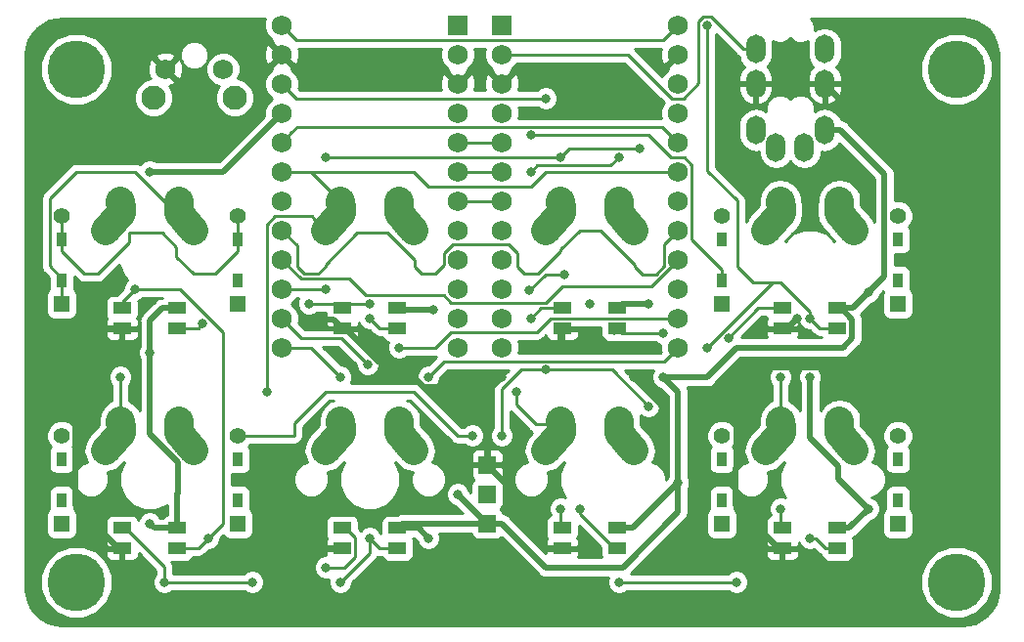
<source format=gbr>
G04 #@! TF.GenerationSoftware,KiCad,Pcbnew,(5.0.1-3-g963ef8bb5)*
G04 #@! TF.CreationDate,2019-01-31T04:05:24+09:00*
G04 #@! TF.ProjectId,mykeyboard,6D796B6579626F6172642E6B69636164,rev?*
G04 #@! TF.SameCoordinates,Original*
G04 #@! TF.FileFunction,Copper,L2,Bot,Signal*
G04 #@! TF.FilePolarity,Positive*
%FSLAX46Y46*%
G04 Gerber Fmt 4.6, Leading zero omitted, Abs format (unit mm)*
G04 Created by KiCad (PCBNEW (5.0.1-3-g963ef8bb5)) date 2019 January 31, Thursday 04:05:24*
%MOMM*%
%LPD*%
G01*
G04 APERTURE LIST*
G04 #@! TA.AperFunction,WasherPad*
%ADD10C,5.000000*%
G04 #@! TD*
G04 #@! TA.AperFunction,SMDPad,CuDef*
%ADD11C,2.500000*%
G04 #@! TD*
G04 #@! TA.AperFunction,Conductor*
%ADD12C,2.500000*%
G04 #@! TD*
G04 #@! TA.AperFunction,ComponentPad*
%ADD13C,2.000000*%
G04 #@! TD*
G04 #@! TA.AperFunction,ComponentPad*
%ADD14C,1.752600*%
G04 #@! TD*
G04 #@! TA.AperFunction,ComponentPad*
%ADD15R,1.752600X1.752600*%
G04 #@! TD*
G04 #@! TA.AperFunction,SMDPad,CuDef*
%ADD16R,0.950000X1.300000*%
G04 #@! TD*
G04 #@! TA.AperFunction,ComponentPad*
%ADD17C,1.397000*%
G04 #@! TD*
G04 #@! TA.AperFunction,ComponentPad*
%ADD18R,1.397000X1.397000*%
G04 #@! TD*
G04 #@! TA.AperFunction,SMDPad,CuDef*
%ADD19R,1.600000X1.000000*%
G04 #@! TD*
G04 #@! TA.AperFunction,SMDPad,CuDef*
%ADD20R,1.524000X1.524000*%
G04 #@! TD*
G04 #@! TA.AperFunction,ComponentPad*
%ADD21O,1.700000X2.500000*%
G04 #@! TD*
G04 #@! TA.AperFunction,ComponentPad*
%ADD22C,2.100000*%
G04 #@! TD*
G04 #@! TA.AperFunction,ComponentPad*
%ADD23C,1.750000*%
G04 #@! TD*
G04 #@! TA.AperFunction,ViaPad*
%ADD24C,0.800000*%
G04 #@! TD*
G04 #@! TA.AperFunction,Conductor*
%ADD25C,0.250000*%
G04 #@! TD*
G04 #@! TA.AperFunction,Conductor*
%ADD26C,0.500000*%
G04 #@! TD*
G04 #@! TA.AperFunction,Conductor*
%ADD27C,0.254000*%
G04 #@! TD*
G04 APERTURE END LIST*
D10*
G04 #@! TO.P,Ref\002A\002A,*
G04 #@! TO.N,*
X187960000Y-80010000D03*
G04 #@! TD*
G04 #@! TO.P,Ref\002A\002A,*
G04 #@! TO.N,*
X187960000Y-124460000D03*
G04 #@! TD*
G04 #@! TO.P,Ref\002A\002A,*
G04 #@! TO.N,*
X111760000Y-124460000D03*
G04 #@! TD*
G04 #@! TO.P,Ref\002A\002A,*
G04 #@! TO.N,*
X111760000Y-80010000D03*
G04 #@! TD*
D11*
G04 #@! TO.P,SW4,2*
G04 #@! TO.N,Net-(D4-Pad1)*
X139680000Y-110780000D03*
D12*
G04 #@! TD*
G04 #@! TO.N,Net-(D4-Pad1)*
G04 #@! TO.C,SW4*
X139699999Y-110490000D02*
X139660001Y-111070000D01*
D13*
G04 #@! TO.P,SW4,1*
G04 #@! TO.N,col1*
X134620000Y-110490000D03*
X134660000Y-111070000D03*
D11*
X134640000Y-110780000D03*
D12*
G04 #@! TD*
G04 #@! TO.N,col1*
G04 #@! TO.C,SW4*
X134620001Y-110490000D02*
X134659999Y-111070000D01*
D13*
G04 #@! TO.P,SW4,2*
G04 #@! TO.N,Net-(D4-Pad1)*
X140970000Y-113030000D03*
X139660000Y-111570000D03*
D11*
G04 #@! TO.P,SW4,1*
G04 #@! TO.N,col1*
X134005000Y-112300000D03*
D12*
G04 #@! TD*
G04 #@! TO.N,col1*
G04 #@! TO.C,SW4*
X133350005Y-113030004D02*
X134659995Y-111569996D01*
D11*
G04 #@! TO.P,SW4,2*
G04 #@! TO.N,Net-(D4-Pad1)*
X140315000Y-112300000D03*
D12*
G04 #@! TD*
G04 #@! TO.N,Net-(D4-Pad1)*
G04 #@! TO.C,SW4*
X140969995Y-113030004D02*
X139660005Y-111569996D01*
D13*
G04 #@! TO.P,SW4,1*
G04 #@! TO.N,col1*
X133350000Y-113030000D03*
X134660000Y-111570000D03*
G04 #@! TO.P,SW4,2*
G04 #@! TO.N,Net-(D4-Pad1)*
X139700000Y-110490000D03*
X139660000Y-111070000D03*
G04 #@! TD*
D14*
G04 #@! TO.P,U1,24*
G04 #@! TO.N,Net-(U1-Pad24)*
X163830000Y-76200000D03*
G04 #@! TO.P,U1,12*
G04 #@! TO.N,Net-(U1-Pad12)*
X148590000Y-104140000D03*
G04 #@! TO.P,U1,23*
G04 #@! TO.N,GND*
X163830000Y-78740000D03*
G04 #@! TO.P,U1,22*
G04 #@! TO.N,reset*
X163830000Y-81280000D03*
G04 #@! TO.P,U1,21*
G04 #@! TO.N,VCC*
X163830000Y-83820000D03*
G04 #@! TO.P,U1,20*
G04 #@! TO.N,col0*
X163830000Y-86360000D03*
G04 #@! TO.P,U1,19*
G04 #@! TO.N,col1*
X163830000Y-88900000D03*
G04 #@! TO.P,U1,18*
G04 #@! TO.N,col2*
X163830000Y-91440000D03*
G04 #@! TO.P,U1,17*
G04 #@! TO.N,col3*
X163830000Y-93980000D03*
G04 #@! TO.P,U1,16*
G04 #@! TO.N,Net-(U1-Pad16)*
X163830000Y-96520000D03*
G04 #@! TO.P,U1,15*
G04 #@! TO.N,Net-(U1-Pad15)*
X163830000Y-99060000D03*
G04 #@! TO.P,U1,14*
G04 #@! TO.N,Net-(U1-Pad14)*
X163830000Y-101600000D03*
G04 #@! TO.P,U1,13*
G04 #@! TO.N,Net-(U1-Pad13)*
X163830000Y-104140000D03*
G04 #@! TO.P,U1,11*
G04 #@! TO.N,Net-(U1-Pad11)*
X148590000Y-101600000D03*
G04 #@! TO.P,U1,10*
G04 #@! TO.N,Net-(U1-Pad10)*
X148590000Y-99060000D03*
G04 #@! TO.P,U1,9*
G04 #@! TO.N,Net-(U1-Pad9)*
X148590000Y-96520000D03*
G04 #@! TO.P,U1,8*
G04 #@! TO.N,row1*
X148590000Y-93980000D03*
G04 #@! TO.P,U1,7*
G04 #@! TO.N,row0*
X148590000Y-91440000D03*
G04 #@! TO.P,U1,6*
G04 #@! TO.N,Net-(U1-Pad6)*
X148590000Y-88900000D03*
G04 #@! TO.P,U1,5*
G04 #@! TO.N,Net-(U1-Pad5)*
X148590000Y-86360000D03*
G04 #@! TO.P,U1,4*
G04 #@! TO.N,GND*
X148590000Y-83820000D03*
G04 #@! TO.P,U1,3*
X148590000Y-81280000D03*
G04 #@! TO.P,U1,2*
G04 #@! TO.N,data*
X148590000Y-78740000D03*
D15*
G04 #@! TO.P,U1,1*
G04 #@! TO.N,led*
X148590000Y-76200000D03*
G04 #@! TD*
G04 #@! TO.P,U1,1*
G04 #@! TO.N,led*
X144780000Y-76200000D03*
D14*
G04 #@! TO.P,U1,2*
G04 #@! TO.N,data*
X144780000Y-78740000D03*
G04 #@! TO.P,U1,3*
G04 #@! TO.N,GND*
X144780000Y-81280000D03*
G04 #@! TO.P,U1,4*
X144780000Y-83820000D03*
G04 #@! TO.P,U1,5*
G04 #@! TO.N,Net-(U1-Pad5)*
X144780000Y-86360000D03*
G04 #@! TO.P,U1,6*
G04 #@! TO.N,Net-(U1-Pad6)*
X144780000Y-88900000D03*
G04 #@! TO.P,U1,7*
G04 #@! TO.N,row0*
X144780000Y-91440000D03*
G04 #@! TO.P,U1,8*
G04 #@! TO.N,row1*
X144780000Y-93980000D03*
G04 #@! TO.P,U1,9*
G04 #@! TO.N,Net-(U1-Pad9)*
X144780000Y-96520000D03*
G04 #@! TO.P,U1,10*
G04 #@! TO.N,Net-(U1-Pad10)*
X144780000Y-99060000D03*
G04 #@! TO.P,U1,11*
G04 #@! TO.N,Net-(U1-Pad11)*
X144780000Y-101600000D03*
G04 #@! TO.P,U1,13*
G04 #@! TO.N,Net-(U1-Pad13)*
X129540000Y-104140000D03*
G04 #@! TO.P,U1,14*
G04 #@! TO.N,Net-(U1-Pad14)*
X129540000Y-101600000D03*
G04 #@! TO.P,U1,15*
G04 #@! TO.N,Net-(U1-Pad15)*
X129540000Y-99060000D03*
G04 #@! TO.P,U1,16*
G04 #@! TO.N,Net-(U1-Pad16)*
X129540000Y-96520000D03*
G04 #@! TO.P,U1,17*
G04 #@! TO.N,col3*
X129540000Y-93980000D03*
G04 #@! TO.P,U1,18*
G04 #@! TO.N,col2*
X129540000Y-91440000D03*
G04 #@! TO.P,U1,19*
G04 #@! TO.N,col1*
X129540000Y-88900000D03*
G04 #@! TO.P,U1,20*
G04 #@! TO.N,col0*
X129540000Y-86360000D03*
G04 #@! TO.P,U1,21*
G04 #@! TO.N,VCC*
X129540000Y-83820000D03*
G04 #@! TO.P,U1,22*
G04 #@! TO.N,reset*
X129540000Y-81280000D03*
G04 #@! TO.P,U1,23*
G04 #@! TO.N,GND*
X129540000Y-78740000D03*
G04 #@! TO.P,U1,12*
G04 #@! TO.N,Net-(U1-Pad12)*
X144780000Y-104140000D03*
G04 #@! TO.P,U1,24*
G04 #@! TO.N,Net-(U1-Pad24)*
X129540000Y-76200000D03*
G04 #@! TD*
D11*
G04 #@! TO.P,SW8,2*
G04 #@! TO.N,Net-(D8-Pad1)*
X177780000Y-110780000D03*
D12*
G04 #@! TD*
G04 #@! TO.N,Net-(D8-Pad1)*
G04 #@! TO.C,SW8*
X177799999Y-110490000D02*
X177760001Y-111070000D01*
D13*
G04 #@! TO.P,SW8,1*
G04 #@! TO.N,col3*
X172720000Y-110490000D03*
X172760000Y-111070000D03*
D11*
X172740000Y-110780000D03*
D12*
G04 #@! TD*
G04 #@! TO.N,col3*
G04 #@! TO.C,SW8*
X172720001Y-110490000D02*
X172759999Y-111070000D01*
D13*
G04 #@! TO.P,SW8,2*
G04 #@! TO.N,Net-(D8-Pad1)*
X179070000Y-113030000D03*
X177760000Y-111570000D03*
D11*
G04 #@! TO.P,SW8,1*
G04 #@! TO.N,col3*
X172105000Y-112300000D03*
D12*
G04 #@! TD*
G04 #@! TO.N,col3*
G04 #@! TO.C,SW8*
X171450005Y-113030004D02*
X172759995Y-111569996D01*
D11*
G04 #@! TO.P,SW8,2*
G04 #@! TO.N,Net-(D8-Pad1)*
X178415000Y-112300000D03*
D12*
G04 #@! TD*
G04 #@! TO.N,Net-(D8-Pad1)*
G04 #@! TO.C,SW8*
X179069995Y-113030004D02*
X177760005Y-111569996D01*
D13*
G04 #@! TO.P,SW8,1*
G04 #@! TO.N,col3*
X171450000Y-113030000D03*
X172760000Y-111570000D03*
G04 #@! TO.P,SW8,2*
G04 #@! TO.N,Net-(D8-Pad1)*
X177800000Y-110490000D03*
X177760000Y-111070000D03*
G04 #@! TD*
G04 #@! TO.P,SW7,2*
G04 #@! TO.N,Net-(D7-Pad1)*
X177760000Y-92020000D03*
X177800000Y-91440000D03*
G04 #@! TO.P,SW7,1*
G04 #@! TO.N,col3*
X172760000Y-92520000D03*
X171450000Y-93980000D03*
D11*
G04 #@! TO.P,SW7,2*
G04 #@! TO.N,Net-(D7-Pad1)*
X178415000Y-93250000D03*
D12*
G04 #@! TD*
G04 #@! TO.N,Net-(D7-Pad1)*
G04 #@! TO.C,SW7*
X179069995Y-93980004D02*
X177760005Y-92519996D01*
D11*
G04 #@! TO.P,SW7,1*
G04 #@! TO.N,col3*
X172105000Y-93250000D03*
D12*
G04 #@! TD*
G04 #@! TO.N,col3*
G04 #@! TO.C,SW7*
X171450005Y-93980004D02*
X172759995Y-92519996D01*
D13*
G04 #@! TO.P,SW7,2*
G04 #@! TO.N,Net-(D7-Pad1)*
X177760000Y-92520000D03*
X179070000Y-93980000D03*
D11*
G04 #@! TO.P,SW7,1*
G04 #@! TO.N,col3*
X172740000Y-91730000D03*
D12*
G04 #@! TD*
G04 #@! TO.N,col3*
G04 #@! TO.C,SW7*
X172720001Y-91440000D02*
X172759999Y-92020000D01*
D13*
G04 #@! TO.P,SW7,1*
G04 #@! TO.N,col3*
X172760000Y-92020000D03*
X172720000Y-91440000D03*
D11*
G04 #@! TO.P,SW7,2*
G04 #@! TO.N,Net-(D7-Pad1)*
X177780000Y-91730000D03*
D12*
G04 #@! TD*
G04 #@! TO.N,Net-(D7-Pad1)*
G04 #@! TO.C,SW7*
X177799999Y-91440000D02*
X177760001Y-92020000D01*
D11*
G04 #@! TO.P,SW6,2*
G04 #@! TO.N,Net-(D6-Pad1)*
X158730000Y-110780000D03*
D12*
G04 #@! TD*
G04 #@! TO.N,Net-(D6-Pad1)*
G04 #@! TO.C,SW6*
X158749999Y-110490000D02*
X158710001Y-111070000D01*
D13*
G04 #@! TO.P,SW6,1*
G04 #@! TO.N,col2*
X153670000Y-110490000D03*
X153710000Y-111070000D03*
D11*
X153690000Y-110780000D03*
D12*
G04 #@! TD*
G04 #@! TO.N,col2*
G04 #@! TO.C,SW6*
X153670001Y-110490000D02*
X153709999Y-111070000D01*
D13*
G04 #@! TO.P,SW6,2*
G04 #@! TO.N,Net-(D6-Pad1)*
X160020000Y-113030000D03*
X158710000Y-111570000D03*
D11*
G04 #@! TO.P,SW6,1*
G04 #@! TO.N,col2*
X153055000Y-112300000D03*
D12*
G04 #@! TD*
G04 #@! TO.N,col2*
G04 #@! TO.C,SW6*
X152400005Y-113030004D02*
X153709995Y-111569996D01*
D11*
G04 #@! TO.P,SW6,2*
G04 #@! TO.N,Net-(D6-Pad1)*
X159365000Y-112300000D03*
D12*
G04 #@! TD*
G04 #@! TO.N,Net-(D6-Pad1)*
G04 #@! TO.C,SW6*
X160019995Y-113030004D02*
X158710005Y-111569996D01*
D13*
G04 #@! TO.P,SW6,1*
G04 #@! TO.N,col2*
X152400000Y-113030000D03*
X153710000Y-111570000D03*
G04 #@! TO.P,SW6,2*
G04 #@! TO.N,Net-(D6-Pad1)*
X158750000Y-110490000D03*
X158710000Y-111070000D03*
G04 #@! TD*
G04 #@! TO.P,SW5,2*
G04 #@! TO.N,Net-(D5-Pad1)*
X158710000Y-92020000D03*
X158750000Y-91440000D03*
G04 #@! TO.P,SW5,1*
G04 #@! TO.N,col2*
X153710000Y-92520000D03*
X152400000Y-93980000D03*
D11*
G04 #@! TO.P,SW5,2*
G04 #@! TO.N,Net-(D5-Pad1)*
X159365000Y-93250000D03*
D12*
G04 #@! TD*
G04 #@! TO.N,Net-(D5-Pad1)*
G04 #@! TO.C,SW5*
X160019995Y-93980004D02*
X158710005Y-92519996D01*
D11*
G04 #@! TO.P,SW5,1*
G04 #@! TO.N,col2*
X153055000Y-93250000D03*
D12*
G04 #@! TD*
G04 #@! TO.N,col2*
G04 #@! TO.C,SW5*
X152400005Y-93980004D02*
X153709995Y-92519996D01*
D13*
G04 #@! TO.P,SW5,2*
G04 #@! TO.N,Net-(D5-Pad1)*
X158710000Y-92520000D03*
X160020000Y-93980000D03*
D11*
G04 #@! TO.P,SW5,1*
G04 #@! TO.N,col2*
X153690000Y-91730000D03*
D12*
G04 #@! TD*
G04 #@! TO.N,col2*
G04 #@! TO.C,SW5*
X153670001Y-91440000D02*
X153709999Y-92020000D01*
D13*
G04 #@! TO.P,SW5,1*
G04 #@! TO.N,col2*
X153710000Y-92020000D03*
X153670000Y-91440000D03*
D11*
G04 #@! TO.P,SW5,2*
G04 #@! TO.N,Net-(D5-Pad1)*
X158730000Y-91730000D03*
D12*
G04 #@! TD*
G04 #@! TO.N,Net-(D5-Pad1)*
G04 #@! TO.C,SW5*
X158749999Y-91440000D02*
X158710001Y-92020000D01*
D13*
G04 #@! TO.P,SW3,2*
G04 #@! TO.N,Net-(D3-Pad1)*
X139660000Y-92020000D03*
X139700000Y-91440000D03*
G04 #@! TO.P,SW3,1*
G04 #@! TO.N,col1*
X134660000Y-92520000D03*
X133350000Y-93980000D03*
D11*
G04 #@! TO.P,SW3,2*
G04 #@! TO.N,Net-(D3-Pad1)*
X140315000Y-93250000D03*
D12*
G04 #@! TD*
G04 #@! TO.N,Net-(D3-Pad1)*
G04 #@! TO.C,SW3*
X140969995Y-93980004D02*
X139660005Y-92519996D01*
D11*
G04 #@! TO.P,SW3,1*
G04 #@! TO.N,col1*
X134005000Y-93250000D03*
D12*
G04 #@! TD*
G04 #@! TO.N,col1*
G04 #@! TO.C,SW3*
X133350005Y-93980004D02*
X134659995Y-92519996D01*
D13*
G04 #@! TO.P,SW3,2*
G04 #@! TO.N,Net-(D3-Pad1)*
X139660000Y-92520000D03*
X140970000Y-93980000D03*
D11*
G04 #@! TO.P,SW3,1*
G04 #@! TO.N,col1*
X134640000Y-91730000D03*
D12*
G04 #@! TD*
G04 #@! TO.N,col1*
G04 #@! TO.C,SW3*
X134620001Y-91440000D02*
X134659999Y-92020000D01*
D13*
G04 #@! TO.P,SW3,1*
G04 #@! TO.N,col1*
X134660000Y-92020000D03*
X134620000Y-91440000D03*
D11*
G04 #@! TO.P,SW3,2*
G04 #@! TO.N,Net-(D3-Pad1)*
X139680000Y-91730000D03*
D12*
G04 #@! TD*
G04 #@! TO.N,Net-(D3-Pad1)*
G04 #@! TO.C,SW3*
X139699999Y-91440000D02*
X139660001Y-92020000D01*
D11*
G04 #@! TO.P,SW2,2*
G04 #@! TO.N,Net-(D2-Pad1)*
X120630000Y-110780000D03*
D12*
G04 #@! TD*
G04 #@! TO.N,Net-(D2-Pad1)*
G04 #@! TO.C,SW2*
X120649999Y-110490000D02*
X120610001Y-111070000D01*
D13*
G04 #@! TO.P,SW2,1*
G04 #@! TO.N,col0*
X115570000Y-110490000D03*
X115610000Y-111070000D03*
D11*
X115590000Y-110780000D03*
D12*
G04 #@! TD*
G04 #@! TO.N,col0*
G04 #@! TO.C,SW2*
X115570001Y-110490000D02*
X115609999Y-111070000D01*
D13*
G04 #@! TO.P,SW2,2*
G04 #@! TO.N,Net-(D2-Pad1)*
X121920000Y-113030000D03*
X120610000Y-111570000D03*
D11*
G04 #@! TO.P,SW2,1*
G04 #@! TO.N,col0*
X114955000Y-112300000D03*
D12*
G04 #@! TD*
G04 #@! TO.N,col0*
G04 #@! TO.C,SW2*
X114300005Y-113030004D02*
X115609995Y-111569996D01*
D11*
G04 #@! TO.P,SW2,2*
G04 #@! TO.N,Net-(D2-Pad1)*
X121265000Y-112300000D03*
D12*
G04 #@! TD*
G04 #@! TO.N,Net-(D2-Pad1)*
G04 #@! TO.C,SW2*
X121919995Y-113030004D02*
X120610005Y-111569996D01*
D13*
G04 #@! TO.P,SW2,1*
G04 #@! TO.N,col0*
X114300000Y-113030000D03*
X115610000Y-111570000D03*
G04 #@! TO.P,SW2,2*
G04 #@! TO.N,Net-(D2-Pad1)*
X120650000Y-110490000D03*
X120610000Y-111070000D03*
G04 #@! TD*
G04 #@! TO.P,SW1,2*
G04 #@! TO.N,Net-(D1-Pad1)*
X120610000Y-92020000D03*
X120650000Y-91440000D03*
G04 #@! TO.P,SW1,1*
G04 #@! TO.N,col0*
X115610000Y-92520000D03*
X114300000Y-93980000D03*
D11*
G04 #@! TO.P,SW1,2*
G04 #@! TO.N,Net-(D1-Pad1)*
X121265000Y-93250000D03*
D12*
G04 #@! TD*
G04 #@! TO.N,Net-(D1-Pad1)*
G04 #@! TO.C,SW1*
X121919995Y-93980004D02*
X120610005Y-92519996D01*
D11*
G04 #@! TO.P,SW1,1*
G04 #@! TO.N,col0*
X114955000Y-93250000D03*
D12*
G04 #@! TD*
G04 #@! TO.N,col0*
G04 #@! TO.C,SW1*
X114300005Y-93980004D02*
X115609995Y-92519996D01*
D13*
G04 #@! TO.P,SW1,2*
G04 #@! TO.N,Net-(D1-Pad1)*
X120610000Y-92520000D03*
X121920000Y-93980000D03*
D11*
G04 #@! TO.P,SW1,1*
G04 #@! TO.N,col0*
X115590000Y-91730000D03*
D12*
G04 #@! TD*
G04 #@! TO.N,col0*
G04 #@! TO.C,SW1*
X115570001Y-91440000D02*
X115609999Y-92020000D01*
D13*
G04 #@! TO.P,SW1,1*
G04 #@! TO.N,col0*
X115610000Y-92020000D03*
X115570000Y-91440000D03*
D11*
G04 #@! TO.P,SW1,2*
G04 #@! TO.N,Net-(D1-Pad1)*
X120630000Y-91730000D03*
D12*
G04 #@! TD*
G04 #@! TO.N,Net-(D1-Pad1)*
G04 #@! TO.C,SW1*
X120649999Y-91440000D02*
X120610001Y-92020000D01*
D16*
G04 #@! TO.P,D8,2*
G04 #@! TO.N,row1*
X182880000Y-113795000D03*
D17*
X182880000Y-111760000D03*
D18*
G04 #@! TO.P,D8,1*
G04 #@! TO.N,Net-(D8-Pad1)*
X182880000Y-119380000D03*
D16*
X182880000Y-117345000D03*
G04 #@! TD*
G04 #@! TO.P,D7,1*
G04 #@! TO.N,Net-(D7-Pad1)*
X182880000Y-98295000D03*
D18*
X182880000Y-100330000D03*
D17*
G04 #@! TO.P,D7,2*
G04 #@! TO.N,row0*
X182880000Y-92710000D03*
D16*
X182880000Y-94745000D03*
G04 #@! TD*
G04 #@! TO.P,D6,2*
G04 #@! TO.N,row1*
X167640000Y-113795000D03*
D17*
X167640000Y-111760000D03*
D18*
G04 #@! TO.P,D6,1*
G04 #@! TO.N,Net-(D6-Pad1)*
X167640000Y-119380000D03*
D16*
X167640000Y-117345000D03*
G04 #@! TD*
G04 #@! TO.P,D5,1*
G04 #@! TO.N,Net-(D5-Pad1)*
X125730000Y-98295000D03*
D18*
X125730000Y-100330000D03*
D17*
G04 #@! TO.P,D5,2*
G04 #@! TO.N,row0*
X125730000Y-92710000D03*
D16*
X125730000Y-94745000D03*
G04 #@! TD*
G04 #@! TO.P,D4,1*
G04 #@! TO.N,Net-(D4-Pad1)*
X125730000Y-117345000D03*
D18*
X125730000Y-119380000D03*
D17*
G04 #@! TO.P,D4,2*
G04 #@! TO.N,row1*
X125730000Y-111760000D03*
D16*
X125730000Y-113795000D03*
G04 #@! TD*
G04 #@! TO.P,D3,1*
G04 #@! TO.N,Net-(D3-Pad1)*
X167640000Y-98295000D03*
D18*
X167640000Y-100330000D03*
D17*
G04 #@! TO.P,D3,2*
G04 #@! TO.N,row0*
X167640000Y-92710000D03*
D16*
X167640000Y-94745000D03*
G04 #@! TD*
G04 #@! TO.P,D2,2*
G04 #@! TO.N,row1*
X110490000Y-113795000D03*
D17*
X110490000Y-111760000D03*
D18*
G04 #@! TO.P,D2,1*
G04 #@! TO.N,Net-(D2-Pad1)*
X110490000Y-119380000D03*
D16*
X110490000Y-117345000D03*
G04 #@! TD*
G04 #@! TO.P,D1,1*
G04 #@! TO.N,Net-(D1-Pad1)*
X110490000Y-98295000D03*
D18*
X110490000Y-100330000D03*
D17*
G04 #@! TO.P,D1,2*
G04 #@! TO.N,row0*
X110490000Y-92710000D03*
D16*
X110490000Y-94745000D03*
G04 #@! TD*
D19*
G04 #@! TO.P,L8,2*
G04 #@! TO.N,GND*
X172860000Y-121525000D03*
G04 #@! TO.P,L8,1*
G04 #@! TO.N,Net-(L8-Pad1)*
X172860000Y-119775000D03*
G04 #@! TO.P,L8,4*
G04 #@! TO.N,VCC*
X177660000Y-119775000D03*
G04 #@! TO.P,L8,3*
G04 #@! TO.N,Net-(L6-Pad1)*
X177660000Y-121525000D03*
G04 #@! TD*
G04 #@! TO.P,L7,3*
G04 #@! TO.N,led*
X177660000Y-102475000D03*
G04 #@! TO.P,L7,4*
G04 #@! TO.N,VCC*
X177660000Y-100725000D03*
G04 #@! TO.P,L7,1*
G04 #@! TO.N,Net-(L5-Pad3)*
X172860000Y-100725000D03*
G04 #@! TO.P,L7,2*
G04 #@! TO.N,GND*
X172860000Y-102475000D03*
G04 #@! TD*
G04 #@! TO.P,L6,2*
G04 #@! TO.N,GND*
X153810000Y-121525000D03*
G04 #@! TO.P,L6,1*
G04 #@! TO.N,Net-(L6-Pad1)*
X153810000Y-119775000D03*
G04 #@! TO.P,L6,4*
G04 #@! TO.N,VCC*
X158610000Y-119775000D03*
G04 #@! TO.P,L6,3*
G04 #@! TO.N,Net-(L4-Pad1)*
X158610000Y-121525000D03*
G04 #@! TD*
G04 #@! TO.P,L5,3*
G04 #@! TO.N,Net-(L5-Pad3)*
X158610000Y-102475000D03*
G04 #@! TO.P,L5,4*
G04 #@! TO.N,VCC*
X158610000Y-100725000D03*
G04 #@! TO.P,L5,1*
G04 #@! TO.N,Net-(L3-Pad3)*
X153810000Y-100725000D03*
G04 #@! TO.P,L5,2*
G04 #@! TO.N,GND*
X153810000Y-102475000D03*
G04 #@! TD*
G04 #@! TO.P,L4,2*
G04 #@! TO.N,GND*
X134760000Y-121525000D03*
G04 #@! TO.P,L4,1*
G04 #@! TO.N,Net-(L4-Pad1)*
X134760000Y-119775000D03*
G04 #@! TO.P,L4,4*
G04 #@! TO.N,VCC*
X139560000Y-119775000D03*
G04 #@! TO.P,L4,3*
G04 #@! TO.N,Net-(L2-Pad1)*
X139560000Y-121525000D03*
G04 #@! TD*
G04 #@! TO.P,L3,3*
G04 #@! TO.N,Net-(L3-Pad3)*
X139560000Y-102475000D03*
G04 #@! TO.P,L3,4*
G04 #@! TO.N,VCC*
X139560000Y-100725000D03*
G04 #@! TO.P,L3,1*
G04 #@! TO.N,Net-(L1-Pad3)*
X134760000Y-100725000D03*
G04 #@! TO.P,L3,2*
G04 #@! TO.N,GND*
X134760000Y-102475000D03*
G04 #@! TD*
G04 #@! TO.P,L2,2*
G04 #@! TO.N,GND*
X115710000Y-121525000D03*
G04 #@! TO.P,L2,1*
G04 #@! TO.N,Net-(L2-Pad1)*
X115710000Y-119775000D03*
G04 #@! TO.P,L2,4*
G04 #@! TO.N,VCC*
X120510000Y-119775000D03*
G04 #@! TO.P,L2,3*
G04 #@! TO.N,Net-(L1-Pad1)*
X120510000Y-121525000D03*
G04 #@! TD*
G04 #@! TO.P,L1,3*
G04 #@! TO.N,Net-(L1-Pad3)*
X120510000Y-102475000D03*
G04 #@! TO.P,L1,4*
G04 #@! TO.N,VCC*
X120510000Y-100725000D03*
G04 #@! TO.P,L1,1*
G04 #@! TO.N,Net-(L1-Pad1)*
X115710000Y-100725000D03*
G04 #@! TO.P,L1,2*
G04 #@! TO.N,GND*
X115710000Y-102475000D03*
G04 #@! TD*
D20*
G04 #@! TO.P,J2,1*
G04 #@! TO.N,VCC*
X147320000Y-119380000D03*
G04 #@! TO.P,J2,2*
G04 #@! TO.N,led*
X147320000Y-116840000D03*
G04 #@! TO.P,J2,3*
G04 #@! TO.N,GND*
X147320000Y-114300000D03*
G04 #@! TD*
D21*
G04 #@! TO.P,J1,A*
G04 #@! TO.N,Net-(J1-PadA)*
X174780000Y-86780000D03*
G04 #@! TO.P,J1,D*
G04 #@! TO.N,VCC*
X170580000Y-85280000D03*
G04 #@! TO.P,J1,C*
G04 #@! TO.N,GND*
X170580000Y-81280000D03*
G04 #@! TO.P,J1,B*
G04 #@! TO.N,data*
X170580000Y-78280000D03*
G04 #@! TO.P,J1,C*
G04 #@! TO.N,GND*
X176530000Y-81280000D03*
G04 #@! TO.P,J1,B*
G04 #@! TO.N,data*
X176530000Y-78280000D03*
G04 #@! TO.P,J1,A*
G04 #@! TO.N,Net-(J1-PadA)*
X172330000Y-86780000D03*
G04 #@! TO.P,J1,D*
G04 #@! TO.N,VCC*
X176530000Y-85280000D03*
G04 #@! TD*
D22*
G04 #@! TO.P,SW9,*
G04 #@! TO.N,*
X118450000Y-82500000D03*
D23*
G04 #@! TO.P,SW9,2*
G04 #@! TO.N,GND*
X119460000Y-80010000D03*
G04 #@! TO.P,SW9,1*
G04 #@! TO.N,reset*
X124460000Y-80010000D03*
D22*
G04 #@! TO.P,SW9,*
G04 #@! TO.N,*
X125460000Y-82500000D03*
G04 #@! TD*
D24*
G04 #@! TO.N,row0*
X151130000Y-88900000D03*
X158750000Y-87630000D03*
G04 #@! TO.N,row1*
X161290000Y-109220000D03*
X152400000Y-106066301D03*
X146050000Y-111760000D03*
X148590000Y-111760000D03*
G04 #@! TO.N,Net-(D3-Pad1)*
X151130000Y-85746301D03*
G04 #@! TO.N,VCC*
X180340000Y-99345000D03*
X162560000Y-106680000D03*
X161290000Y-100330000D03*
X175260000Y-106680000D03*
X180340000Y-118110000D03*
X163830000Y-115855000D03*
X144780000Y-116840000D03*
X142240000Y-120650000D03*
X118110000Y-119380000D03*
X118110000Y-88900000D03*
X142620246Y-100875000D03*
X118110000Y-104575000D03*
G04 #@! TO.N,GND*
X185420000Y-100330000D03*
X185420000Y-90170000D03*
X168910000Y-107950000D03*
X170415000Y-119380000D03*
X153670000Y-104140000D03*
X157480000Y-104140000D03*
X157480000Y-104140000D03*
X160020000Y-106680000D03*
X162560000Y-109220000D03*
X151130000Y-104140000D03*
X148590000Y-106680000D03*
X149860000Y-116840000D03*
X151635000Y-120650000D03*
X132080000Y-120650000D03*
X113030000Y-101600000D03*
X132211616Y-101731616D03*
X173990000Y-105829999D03*
X113265000Y-119380000D03*
X174159233Y-101642180D03*
G04 #@! TO.N,col0*
X115570000Y-106680000D03*
G04 #@! TO.N,col1*
X128270000Y-107950000D03*
G04 #@! TO.N,col2*
X153670000Y-87630000D03*
X149860000Y-107950000D03*
X156210000Y-100330000D03*
X133350000Y-87630000D03*
X160564999Y-86904999D03*
G04 #@! TO.N,col3*
X172720000Y-106680000D03*
G04 #@! TO.N,reset*
X152400000Y-82550000D03*
G04 #@! TO.N,Net-(U1-Pad15)*
X133350000Y-99060000D03*
X153973437Y-97833815D03*
X150980846Y-99209154D03*
G04 #@! TO.N,Net-(U1-Pad14)*
X136976459Y-105593541D03*
X139700000Y-104140000D03*
G04 #@! TO.N,Net-(U1-Pad13)*
X142240000Y-106680000D03*
X134620000Y-106680000D03*
G04 #@! TO.N,led*
X175260000Y-101600000D03*
X166370000Y-76200000D03*
X166370000Y-104140000D03*
G04 #@! TO.N,Net-(L1-Pad3)*
X122717348Y-102072652D03*
X131899999Y-100330000D03*
X137160000Y-100361625D03*
G04 #@! TO.N,Net-(L1-Pad1)*
X123190000Y-120650000D03*
X116840000Y-99060000D03*
G04 #@! TO.N,Net-(L2-Pad1)*
X127000000Y-124460000D03*
X119380000Y-124460000D03*
X134620000Y-124460000D03*
X137160000Y-120650000D03*
G04 #@! TO.N,Net-(L3-Pad3)*
X137160000Y-101600000D03*
X151130000Y-101600000D03*
G04 #@! TO.N,Net-(L4-Pad1)*
X133350000Y-123190000D03*
X155318026Y-118110000D03*
G04 #@! TO.N,Net-(L5-Pad3)*
X168228735Y-103306571D03*
X162560000Y-102870000D03*
G04 #@! TO.N,Net-(L6-Pad1)*
X175260000Y-120650000D03*
X168910000Y-124460000D03*
X158750000Y-124460000D03*
X153670000Y-118110000D03*
G04 #@! TO.N,Net-(L8-Pad1)*
X172720000Y-118110000D03*
G04 #@! TD*
D25*
G04 #@! TO.N,row0*
X110490000Y-95645000D02*
X110490000Y-94745000D01*
X110490000Y-95793002D02*
X110490000Y-95645000D01*
X112441999Y-97745001D02*
X110490000Y-95793002D01*
X113618001Y-97745001D02*
X112441999Y-97745001D01*
X116303724Y-95059278D02*
X113618001Y-97745001D01*
X116303724Y-94201099D02*
X116303724Y-95059278D01*
X119223073Y-94201099D02*
X116303724Y-94201099D01*
X120428901Y-95406927D02*
X119223073Y-94201099D01*
X120428901Y-96298901D02*
X120428901Y-95406927D01*
X121875001Y-97745001D02*
X120428901Y-96298901D01*
X123778001Y-97745001D02*
X121875001Y-97745001D01*
X125730000Y-95793002D02*
X123778001Y-97745001D01*
X125730000Y-92710000D02*
X125730000Y-95793002D01*
X110490000Y-94745000D02*
X110490000Y-92710000D01*
X148590000Y-91440000D02*
X144780000Y-91440000D01*
X158024999Y-88355001D02*
X158750000Y-87630000D01*
X151674999Y-88355001D02*
X158024999Y-88355001D01*
X151130000Y-88900000D02*
X151674999Y-88355001D01*
G04 #@! TO.N,Net-(D1-Pad1)*
X110490000Y-100330000D02*
X110490000Y-98295000D01*
X119610001Y-91520001D02*
X120610000Y-92520000D01*
X116840000Y-88900000D02*
X121920000Y-93980000D01*
X110490000Y-98120000D02*
X109466499Y-97096499D01*
X109466499Y-91193501D02*
X111760000Y-88900000D01*
X109466499Y-97096499D02*
X109466499Y-91193501D01*
X111760000Y-88900000D02*
X116840000Y-88900000D01*
X110490000Y-98295000D02*
X110490000Y-98120000D01*
G04 #@! TO.N,row1*
X158136301Y-106066301D02*
X152400000Y-106066301D01*
X161290000Y-109220000D02*
X158136301Y-106066301D01*
X125730000Y-111760000D02*
X130613002Y-111760000D01*
X151834315Y-106066301D02*
X152400000Y-106066301D01*
X148590000Y-107753002D02*
X150276701Y-106066301D01*
X150276701Y-106066301D02*
X151834315Y-106066301D01*
X148590000Y-111760000D02*
X148590000Y-107753002D01*
X130613002Y-111760000D02*
X130613002Y-110686998D01*
X130613002Y-110686998D02*
X133350000Y-107950000D01*
X133350000Y-107950000D02*
X140970000Y-107950000D01*
X144780000Y-111760000D02*
X146050000Y-111760000D01*
X140970000Y-107950000D02*
X144780000Y-111760000D01*
G04 #@! TO.N,Net-(D3-Pad1)*
X161300977Y-85746301D02*
X151130000Y-85746301D01*
X163253375Y-87698699D02*
X161300977Y-85746301D01*
X167640000Y-98295000D02*
X167640000Y-97395000D01*
X165031301Y-88323375D02*
X164406625Y-87698699D01*
X164406625Y-87698699D02*
X163253375Y-87698699D01*
X165031301Y-94786301D02*
X165031301Y-88323375D01*
X167640000Y-97395000D02*
X165031301Y-94786301D01*
D26*
G04 #@! TO.N,VCC*
X178960000Y-100725000D02*
X177660000Y-100725000D01*
X181731499Y-89131499D02*
X181731499Y-97953501D01*
X177880000Y-85280000D02*
X181731499Y-89131499D01*
X176530000Y-85280000D02*
X177880000Y-85280000D01*
X180340000Y-99345000D02*
X178960000Y-100725000D01*
X181731499Y-97953501D02*
X180340000Y-99345000D01*
X178910001Y-103335001D02*
X178105002Y-104140000D01*
X178910001Y-101675001D02*
X178910001Y-103335001D01*
X177960000Y-100725000D02*
X178910001Y-101675001D01*
X177660000Y-100725000D02*
X177960000Y-100725000D01*
X178105002Y-104140000D02*
X171450000Y-104140000D01*
X171450000Y-104140000D02*
X168910000Y-104140000D01*
X168910000Y-104140000D02*
X167640000Y-105410000D01*
X167640000Y-105410000D02*
X166370000Y-106680000D01*
X166370000Y-106680000D02*
X162560000Y-106680000D01*
X159005000Y-100330000D02*
X158610000Y-100725000D01*
X161290000Y-100330000D02*
X159005000Y-100330000D01*
X177960000Y-119775000D02*
X177660000Y-119775000D01*
X175260000Y-106680000D02*
X175260000Y-111953026D01*
X177703901Y-114396927D02*
X177703901Y-115473901D01*
X175260000Y-111953026D02*
X177703901Y-114396927D01*
X177703901Y-115473901D02*
X180340000Y-118110000D01*
X178675000Y-119775000D02*
X180340000Y-118110000D01*
X177660000Y-119775000D02*
X178675000Y-119775000D01*
X159910000Y-119775000D02*
X158610000Y-119775000D01*
X163830000Y-115855000D02*
X159910000Y-119775000D01*
X163830000Y-107950000D02*
X163830000Y-115855000D01*
X162560000Y-106680000D02*
X163830000Y-107950000D01*
X144780000Y-116840000D02*
X147320000Y-119380000D01*
X163830000Y-118415002D02*
X159055002Y-123190000D01*
X163830000Y-115855000D02*
X163830000Y-118415002D01*
X159055002Y-123190000D02*
X152400000Y-123190000D01*
X148590000Y-119380000D02*
X147320000Y-119380000D01*
X152400000Y-123190000D02*
X148590000Y-119380000D01*
X139955000Y-119380000D02*
X139560000Y-119775000D01*
X147320000Y-119380000D02*
X139955000Y-119380000D01*
X141365000Y-119775000D02*
X142240000Y-120650000D01*
X139560000Y-119775000D02*
X141365000Y-119775000D01*
X120553901Y-116743073D02*
X120553901Y-114065502D01*
X120553901Y-114065502D02*
X118110000Y-111621601D01*
X120510000Y-116786974D02*
X120553901Y-116743073D01*
X120510000Y-119775000D02*
X120510000Y-116786974D01*
X119210000Y-100725000D02*
X120510000Y-100725000D01*
X118110000Y-101825000D02*
X119210000Y-100725000D01*
X118505000Y-119775000D02*
X118110000Y-119380000D01*
X120510000Y-119775000D02*
X118505000Y-119775000D01*
X124460000Y-88900000D02*
X129540000Y-83820000D01*
X118110000Y-88900000D02*
X124460000Y-88900000D01*
X139710000Y-100875000D02*
X139560000Y-100725000D01*
X142620246Y-100875000D02*
X139710000Y-100875000D01*
X118110000Y-101825000D02*
X118110000Y-111621601D01*
D25*
G04 #@! TO.N,data*
X169480000Y-78280000D02*
X170580000Y-78280000D01*
X166674999Y-75474999D02*
X169480000Y-78280000D01*
X165644999Y-75851999D02*
X166021999Y-75474999D01*
X165644999Y-81242927D02*
X165644999Y-75851999D01*
X166021999Y-75474999D02*
X166674999Y-75474999D01*
X164337926Y-82550000D02*
X165644999Y-81242927D01*
X163322074Y-82550000D02*
X164337926Y-82550000D01*
X159512074Y-78740000D02*
X163322074Y-82550000D01*
X148590000Y-78740000D02*
X159512074Y-78740000D01*
D26*
G04 #@! TO.N,GND*
X185420000Y-90170000D02*
X176530000Y-81280000D01*
X172560000Y-121525000D02*
X172860000Y-121525000D01*
X168829999Y-114540003D02*
X168829999Y-117794999D01*
X168910000Y-114460002D02*
X168829999Y-114540003D01*
X168910000Y-107950000D02*
X168910000Y-114460002D01*
X170415000Y-119380000D02*
X172560000Y-121525000D01*
X168829999Y-117794999D02*
X170415000Y-119380000D01*
X153670000Y-102615000D02*
X153810000Y-102475000D01*
X153670000Y-104140000D02*
X153670000Y-102615000D01*
X153670000Y-104140000D02*
X157480000Y-104140000D01*
X160020000Y-106680000D02*
X162560000Y-109220000D01*
X153670000Y-104140000D02*
X151130000Y-104140000D01*
X147320000Y-107950000D02*
X147320000Y-114300000D01*
X148590000Y-106680000D02*
X147320000Y-107950000D01*
X147320000Y-114300000D02*
X149860000Y-116840000D01*
X152510000Y-121525000D02*
X153810000Y-121525000D01*
X149860000Y-116840000D02*
X149860000Y-118875000D01*
X151635000Y-120650000D02*
X152510000Y-121525000D01*
X149860000Y-118875000D02*
X151635000Y-120650000D01*
X132955000Y-121525000D02*
X134760000Y-121525000D01*
X132080000Y-120650000D02*
X132955000Y-121525000D01*
X115410000Y-121525000D02*
X115710000Y-121525000D01*
X111679999Y-107505001D02*
X111679999Y-117794999D01*
X115710000Y-103475000D02*
X111679999Y-107505001D01*
X115710000Y-102475000D02*
X115710000Y-103475000D01*
X135060000Y-102475000D02*
X134760000Y-102475000D01*
X113905000Y-102475000D02*
X115710000Y-102475000D01*
X113030000Y-101600000D02*
X113905000Y-102475000D01*
X134016616Y-101731616D02*
X134760000Y-102475000D01*
X132211616Y-101731616D02*
X134016616Y-101731616D01*
X171030001Y-105829999D02*
X168910000Y-107950000D01*
X185420000Y-100330000D02*
X179920001Y-105829999D01*
X173990000Y-105829999D02*
X171030001Y-105829999D01*
X179920001Y-105829999D02*
X173990000Y-105829999D01*
X135060000Y-102475000D02*
X137995000Y-105410000D01*
X137995000Y-105410000D02*
X139700000Y-105410000D01*
X146900001Y-107530001D02*
X147320000Y-107950000D01*
X141820001Y-107530001D02*
X146900001Y-107530001D01*
X139700000Y-105410000D02*
X141820001Y-107530001D01*
X113265000Y-119380000D02*
X115410000Y-121525000D01*
X111679999Y-117794999D02*
X113265000Y-119380000D01*
X173326413Y-102475000D02*
X174159233Y-101642180D01*
X172860000Y-102475000D02*
X173326413Y-102475000D01*
D25*
G04 #@! TO.N,col0*
X130416299Y-85483701D02*
X129540000Y-86360000D01*
X130878699Y-85021301D02*
X130416299Y-85483701D01*
X162491301Y-85021301D02*
X130878699Y-85021301D01*
X163830000Y-86360000D02*
X162491301Y-85021301D01*
X115570000Y-111530000D02*
X115610000Y-111570000D01*
X115570000Y-106680000D02*
X115570000Y-111530000D01*
G04 #@! TO.N,col1*
X133620001Y-90440001D02*
X134620000Y-91440000D01*
X132080000Y-88900000D02*
X133620001Y-90440001D01*
X129540000Y-88900000D02*
X132080000Y-88900000D01*
X132350001Y-92980001D02*
X133350000Y-93980000D01*
X128963375Y-92778699D02*
X132148699Y-92778699D01*
X132148699Y-92778699D02*
X132350001Y-92980001D01*
X128270000Y-93472074D02*
X128963375Y-92778699D01*
X128270000Y-107950000D02*
X128270000Y-93472074D01*
X151130000Y-90170000D02*
X152400000Y-88900000D01*
X142240000Y-90170000D02*
X151130000Y-90170000D01*
X140970000Y-88900000D02*
X142240000Y-90170000D01*
X162590725Y-88900000D02*
X163830000Y-88900000D01*
X152400000Y-88900000D02*
X162590725Y-88900000D01*
X129540000Y-88900000D02*
X140970000Y-88900000D01*
G04 #@! TO.N,col2*
X142171301Y-87698699D02*
X153601301Y-87698699D01*
X153601301Y-87698699D02*
X153670000Y-87630000D01*
X152337032Y-110780000D02*
X153690000Y-110780000D01*
X149860000Y-109105000D02*
X151535000Y-110780000D01*
X151535000Y-110780000D02*
X152337032Y-110780000D01*
X149860000Y-107950000D02*
X149860000Y-109105000D01*
X133418699Y-87698699D02*
X133350000Y-87630000D01*
X142171301Y-87698699D02*
X133418699Y-87698699D01*
X154395001Y-86904999D02*
X160564999Y-86904999D01*
X153670000Y-87630000D02*
X154395001Y-86904999D01*
G04 #@! TO.N,col3*
X153670000Y-95628026D02*
X155318026Y-93980000D01*
X153670000Y-95793002D02*
X153670000Y-95628026D01*
X151718001Y-97745001D02*
X153670000Y-95793002D01*
X149904999Y-97108001D02*
X150541999Y-97745001D01*
X149904999Y-95919675D02*
X149904999Y-97108001D01*
X149166625Y-95181301D02*
X149904999Y-95919675D01*
X144340773Y-95181301D02*
X149166625Y-95181301D01*
X143578699Y-95943375D02*
X144340773Y-95181301D01*
X143578699Y-96994303D02*
X143578699Y-95943375D01*
X142828001Y-97745001D02*
X143578699Y-96994303D01*
X150541999Y-97745001D02*
X151718001Y-97745001D01*
X131491999Y-97745001D02*
X132668001Y-97745001D01*
X130854999Y-97108001D02*
X131491999Y-97745001D01*
X130854999Y-95294999D02*
X130854999Y-97108001D01*
X129540000Y-93980000D02*
X130854999Y-95294999D01*
X172720000Y-106680000D02*
X172720000Y-110490000D01*
X141651999Y-97745001D02*
X142828001Y-97745001D01*
X141014999Y-97108001D02*
X141651999Y-97745001D01*
X141014999Y-96564999D02*
X141014999Y-97108001D01*
X138651099Y-94201099D02*
X141014999Y-96564999D01*
X136046927Y-94201099D02*
X138651099Y-94201099D01*
X133305001Y-96943025D02*
X136046927Y-94201099D01*
X133305001Y-97108001D02*
X133305001Y-96943025D01*
X132668001Y-97745001D02*
X133305001Y-97108001D01*
X162953701Y-94856299D02*
X163830000Y-93980000D01*
X162628699Y-95181301D02*
X162953701Y-94856299D01*
X162628699Y-97084891D02*
X162628699Y-95181301D01*
X161923590Y-97790000D02*
X162628699Y-97084891D01*
X160746998Y-97790000D02*
X161923590Y-97790000D01*
X160064999Y-97108001D02*
X160746998Y-97790000D01*
X160064999Y-96943025D02*
X160064999Y-97108001D01*
X157101974Y-93980000D02*
X160064999Y-96943025D01*
X155318026Y-93980000D02*
X157101974Y-93980000D01*
G04 #@! TO.N,reset*
X144272074Y-82550000D02*
X152400000Y-82550000D01*
X130810000Y-82550000D02*
X144272074Y-82550000D01*
X129540000Y-81280000D02*
X130810000Y-82550000D01*
G04 #@! TO.N,Net-(U1-Pad24)*
X162953701Y-77076299D02*
X163830000Y-76200000D01*
X162560000Y-77470000D02*
X162953701Y-77076299D01*
X130810000Y-77470000D02*
X162560000Y-77470000D01*
X129540000Y-76200000D02*
X130810000Y-77470000D01*
G04 #@! TO.N,Net-(U1-Pad16)*
X162953701Y-97396299D02*
X163830000Y-96520000D01*
X144203375Y-100261301D02*
X152388697Y-100261301D01*
X161511099Y-98838901D02*
X162953701Y-97396299D01*
X153811097Y-98838901D02*
X161511099Y-98838901D01*
X143578699Y-99636625D02*
X144203375Y-100261301D01*
X136844651Y-99636625D02*
X143578699Y-99636625D01*
X152388697Y-100261301D02*
X153811097Y-98838901D01*
X135403037Y-98195011D02*
X136844651Y-99636625D01*
X131215011Y-98195011D02*
X135403037Y-98195011D01*
X129540000Y-96520000D02*
X131215011Y-98195011D01*
G04 #@! TO.N,Net-(U1-Pad15)*
X129540000Y-99060000D02*
X133350000Y-99060000D01*
X152356185Y-97833815D02*
X153973437Y-97833815D01*
X150980846Y-99209154D02*
X152356185Y-97833815D01*
G04 #@! TO.N,Net-(U1-Pad14)*
X129540000Y-101600000D02*
X131240001Y-103300001D01*
X134682919Y-103300001D02*
X136976459Y-105593541D01*
X131240001Y-103300001D02*
X134682919Y-103300001D01*
X152799998Y-101600000D02*
X162590725Y-101600000D01*
X139700000Y-104140000D02*
X142864676Y-104140000D01*
X151598697Y-102801301D02*
X152799998Y-101600000D01*
X162590725Y-101600000D02*
X163830000Y-101600000D01*
X144203375Y-102801301D02*
X151598697Y-102801301D01*
X142864676Y-104140000D02*
X144203375Y-102801301D01*
G04 #@! TO.N,Net-(U1-Pad13)*
X162953701Y-105016299D02*
X163830000Y-104140000D01*
X162628699Y-105341301D02*
X162953701Y-105016299D01*
X143578699Y-105341301D02*
X142240000Y-106680000D01*
X162628699Y-105341301D02*
X143578699Y-105341301D01*
X132080000Y-104140000D02*
X134620000Y-106680000D01*
X129540000Y-104140000D02*
X132080000Y-104140000D01*
G04 #@! TO.N,Net-(U1-Pad6)*
X144780000Y-88900000D02*
X148590000Y-88900000D01*
G04 #@! TO.N,Net-(U1-Pad5)*
X148590000Y-86360000D02*
X144780000Y-86360000D01*
G04 #@! TO.N,led*
X176135000Y-102475000D02*
X177660000Y-102475000D01*
X175260000Y-101600000D02*
X176135000Y-102475000D01*
X175260000Y-101034315D02*
X172720000Y-98494315D01*
X175260000Y-101600000D02*
X175260000Y-101034315D01*
X172015685Y-98494315D02*
X166370000Y-104140000D01*
X172720000Y-98494315D02*
X172015685Y-98494315D01*
X170341313Y-98494315D02*
X172015685Y-98494315D01*
X168954999Y-97108001D02*
X170341313Y-98494315D01*
X168954999Y-91395001D02*
X168954999Y-97108001D01*
X166370000Y-88810002D02*
X168954999Y-91395001D01*
X166370000Y-76200000D02*
X166370000Y-88810002D01*
G04 #@! TO.N,Net-(L1-Pad3)*
X122315000Y-102475000D02*
X122717348Y-102072652D01*
X120510000Y-102475000D02*
X122315000Y-102475000D01*
X134365000Y-100330000D02*
X134760000Y-100725000D01*
X131899999Y-100330000D02*
X134365000Y-100330000D01*
X135123375Y-100361625D02*
X134760000Y-100725000D01*
X137160000Y-100361625D02*
X135123375Y-100361625D01*
G04 #@! TO.N,Net-(L1-Pad1)*
X122315000Y-121525000D02*
X120510000Y-121525000D01*
X123190000Y-120650000D02*
X122315000Y-121525000D01*
X115710000Y-100190000D02*
X116840000Y-99060000D01*
X115710000Y-100725000D02*
X115710000Y-100190000D01*
X117405685Y-99060000D02*
X116840000Y-99060000D01*
X120730002Y-99060000D02*
X117405685Y-99060000D01*
X124460000Y-119380000D02*
X124460000Y-102789998D01*
X124460000Y-102789998D02*
X120730002Y-99060000D01*
X123190000Y-120650000D02*
X124460000Y-119380000D01*
G04 #@! TO.N,Net-(L2-Pad1)*
X127000000Y-124460000D02*
X119380000Y-124460000D01*
X119380000Y-123894315D02*
X119380000Y-124460000D01*
X119380000Y-123145000D02*
X119380000Y-123894315D01*
X116010000Y-119775000D02*
X119380000Y-123145000D01*
X115710000Y-119775000D02*
X116010000Y-119775000D01*
X138035000Y-121525000D02*
X139560000Y-121525000D01*
X137160000Y-120650000D02*
X138035000Y-121525000D01*
X137160000Y-121920000D02*
X134620000Y-124460000D01*
X137160000Y-120650000D02*
X137160000Y-121920000D01*
G04 #@! TO.N,Net-(L3-Pad3)*
X138035000Y-102475000D02*
X137160000Y-101600000D01*
X139560000Y-102475000D02*
X138035000Y-102475000D01*
X152005000Y-100725000D02*
X153810000Y-100725000D01*
X151130000Y-101600000D02*
X152005000Y-100725000D01*
G04 #@! TO.N,Net-(L4-Pad1)*
X135060000Y-119775000D02*
X135885001Y-120600001D01*
X134760000Y-119775000D02*
X135060000Y-119775000D01*
X134980002Y-123190000D02*
X133350000Y-123190000D01*
X135885001Y-122285001D02*
X134980002Y-123190000D01*
X135885001Y-120600001D02*
X135885001Y-122285001D01*
X155318026Y-118533026D02*
X155318026Y-118110000D01*
X158310000Y-121525000D02*
X155318026Y-118533026D01*
X158610000Y-121525000D02*
X158310000Y-121525000D01*
G04 #@! TO.N,Net-(L5-Pad3)*
X158215000Y-102870000D02*
X158610000Y-102475000D01*
X170810306Y-100725000D02*
X172860000Y-100725000D01*
X168228735Y-103306571D02*
X170810306Y-100725000D01*
X159005000Y-102870000D02*
X158610000Y-102475000D01*
X162560000Y-102870000D02*
X159005000Y-102870000D01*
G04 #@! TO.N,Net-(L6-Pad1)*
X176610000Y-121525000D02*
X175735000Y-120650000D01*
X177660000Y-121525000D02*
X176610000Y-121525000D01*
X175735000Y-120650000D02*
X175260000Y-120650000D01*
X168910000Y-124460000D02*
X158750000Y-124460000D01*
X153670000Y-119635000D02*
X153810000Y-119775000D01*
X153670000Y-118110000D02*
X153670000Y-119635000D01*
G04 #@! TO.N,Net-(L8-Pad1)*
X172720000Y-119635000D02*
X172860000Y-119775000D01*
X172720000Y-118110000D02*
X172720000Y-119635000D01*
G04 #@! TD*
D27*
G04 #@! TO.N,GND*
G36*
X128028700Y-75899384D02*
X128028700Y-76500616D01*
X128258782Y-77056083D01*
X128683917Y-77481218D01*
X128716520Y-77494722D01*
X128656604Y-77676999D01*
X129540000Y-78560395D01*
X129554143Y-78546253D01*
X129733748Y-78725858D01*
X129719605Y-78740000D01*
X130603001Y-79623396D01*
X130857027Y-79539896D01*
X131062882Y-78975003D01*
X131036891Y-78374332D01*
X130977106Y-78230000D01*
X143355430Y-78230000D01*
X143268700Y-78439384D01*
X143268700Y-79040616D01*
X143498782Y-79596083D01*
X143923917Y-80021218D01*
X143956520Y-80034722D01*
X143896604Y-80216999D01*
X144780000Y-81100395D01*
X145663396Y-80216999D01*
X145603480Y-80034722D01*
X145636083Y-80021218D01*
X146061218Y-79596083D01*
X146291300Y-79040616D01*
X146291300Y-78439384D01*
X146204570Y-78230000D01*
X147165430Y-78230000D01*
X147078700Y-78439384D01*
X147078700Y-79040616D01*
X147308782Y-79596083D01*
X147733917Y-80021218D01*
X147766520Y-80034722D01*
X147706604Y-80216999D01*
X148590000Y-81100395D01*
X149473396Y-80216999D01*
X149413480Y-80034722D01*
X149446083Y-80021218D01*
X149871218Y-79596083D01*
X149911017Y-79500000D01*
X159197273Y-79500000D01*
X162604986Y-82907713D01*
X162548782Y-82963917D01*
X162318700Y-83519384D01*
X162318700Y-84120616D01*
X162376974Y-84261301D01*
X150037704Y-84261301D01*
X150112882Y-84055003D01*
X150086891Y-83454332D01*
X150027106Y-83310000D01*
X151696289Y-83310000D01*
X151813720Y-83427431D01*
X152194126Y-83585000D01*
X152605874Y-83585000D01*
X152986280Y-83427431D01*
X153277431Y-83136280D01*
X153435000Y-82755874D01*
X153435000Y-82344126D01*
X153277431Y-81963720D01*
X152986280Y-81672569D01*
X152605874Y-81515000D01*
X152194126Y-81515000D01*
X151813720Y-81672569D01*
X151696289Y-81790000D01*
X150012669Y-81790000D01*
X150112882Y-81515003D01*
X150086891Y-80914332D01*
X149907027Y-80480104D01*
X149653001Y-80396604D01*
X148769605Y-81280000D01*
X148783748Y-81294143D01*
X148604143Y-81473748D01*
X148590000Y-81459605D01*
X148575858Y-81473748D01*
X148396253Y-81294143D01*
X148410395Y-81280000D01*
X147526999Y-80396604D01*
X147272973Y-80480104D01*
X147067118Y-81044997D01*
X147093109Y-81645668D01*
X147152894Y-81790000D01*
X146202669Y-81790000D01*
X146302882Y-81515003D01*
X146276891Y-80914332D01*
X146097027Y-80480104D01*
X145843001Y-80396604D01*
X144959605Y-81280000D01*
X144973748Y-81294143D01*
X144794143Y-81473748D01*
X144780000Y-81459605D01*
X144765858Y-81473748D01*
X144586253Y-81294143D01*
X144600395Y-81280000D01*
X143716999Y-80396604D01*
X143462973Y-80480104D01*
X143257118Y-81044997D01*
X143283109Y-81645668D01*
X143342894Y-81790000D01*
X131124802Y-81790000D01*
X131011501Y-81676699D01*
X131051300Y-81580616D01*
X131051300Y-80979384D01*
X130821218Y-80423917D01*
X130396083Y-79998782D01*
X130363480Y-79985278D01*
X130423396Y-79803001D01*
X129540000Y-78919605D01*
X128656604Y-79803001D01*
X128716520Y-79985278D01*
X128683917Y-79998782D01*
X128258782Y-80423917D01*
X128028700Y-80979384D01*
X128028700Y-81580616D01*
X128258782Y-82136083D01*
X128672699Y-82550000D01*
X128258782Y-82963917D01*
X128028700Y-83519384D01*
X128028700Y-84079721D01*
X124093422Y-88015000D01*
X118678007Y-88015000D01*
X118315874Y-87865000D01*
X117904126Y-87865000D01*
X117523720Y-88022569D01*
X117271808Y-88274481D01*
X117136537Y-88184096D01*
X116914852Y-88140000D01*
X116914847Y-88140000D01*
X116840000Y-88125112D01*
X116765153Y-88140000D01*
X111834846Y-88140000D01*
X111759999Y-88125112D01*
X111685152Y-88140000D01*
X111685148Y-88140000D01*
X111463463Y-88184096D01*
X111212071Y-88352071D01*
X111169671Y-88415527D01*
X108982027Y-90603172D01*
X108918571Y-90645572D01*
X108876171Y-90709028D01*
X108876170Y-90709029D01*
X108750596Y-90896964D01*
X108691611Y-91193501D01*
X108706500Y-91268353D01*
X108706499Y-97021652D01*
X108691611Y-97096499D01*
X108706499Y-97171346D01*
X108706499Y-97171350D01*
X108750595Y-97393035D01*
X108918570Y-97644428D01*
X108982029Y-97686830D01*
X109367560Y-98072361D01*
X109367560Y-98945000D01*
X109403739Y-99126886D01*
X109333691Y-99173691D01*
X109193343Y-99383735D01*
X109144060Y-99631500D01*
X109144060Y-101028500D01*
X109193343Y-101276265D01*
X109333691Y-101486309D01*
X109543735Y-101626657D01*
X109791500Y-101675940D01*
X111188500Y-101675940D01*
X111436265Y-101626657D01*
X111646309Y-101486309D01*
X111786657Y-101276265D01*
X111835940Y-101028500D01*
X111835940Y-99631500D01*
X111786657Y-99383735D01*
X111646309Y-99173691D01*
X111576261Y-99126886D01*
X111612440Y-98945000D01*
X111612440Y-97990245D01*
X111851672Y-98229477D01*
X111894070Y-98292930D01*
X111957523Y-98335328D01*
X111957525Y-98335330D01*
X112026989Y-98381744D01*
X112145462Y-98460905D01*
X112367147Y-98505001D01*
X112367151Y-98505001D01*
X112441998Y-98519889D01*
X112516845Y-98505001D01*
X113543154Y-98505001D01*
X113618001Y-98519889D01*
X113692848Y-98505001D01*
X113692853Y-98505001D01*
X113914538Y-98460905D01*
X114165930Y-98292930D01*
X114208332Y-98229471D01*
X115481100Y-96956703D01*
X115481100Y-97042921D01*
X115881326Y-98009152D01*
X116154232Y-98282058D01*
X115962569Y-98473720D01*
X115805000Y-98854126D01*
X115805000Y-99020198D01*
X115247639Y-99577560D01*
X114910000Y-99577560D01*
X114662235Y-99626843D01*
X114452191Y-99767191D01*
X114311843Y-99977235D01*
X114262560Y-100225000D01*
X114262560Y-101225000D01*
X114311843Y-101472765D01*
X114392900Y-101594074D01*
X114371673Y-101615301D01*
X114275000Y-101848690D01*
X114275000Y-102189250D01*
X114433750Y-102348000D01*
X115583000Y-102348000D01*
X115583000Y-102328000D01*
X115837000Y-102328000D01*
X115837000Y-102348000D01*
X116986250Y-102348000D01*
X117145000Y-102189250D01*
X117145000Y-101848690D01*
X117048327Y-101615301D01*
X117027100Y-101594074D01*
X117108157Y-101472765D01*
X117157440Y-101225000D01*
X117157440Y-100225000D01*
X117125058Y-100062201D01*
X117426280Y-99937431D01*
X117543711Y-99820000D01*
X119216905Y-99820000D01*
X119214524Y-99823563D01*
X119210000Y-99822663D01*
X119122839Y-99840000D01*
X119122835Y-99840000D01*
X118864690Y-99891348D01*
X118645845Y-100037576D01*
X118645844Y-100037577D01*
X118571951Y-100086951D01*
X118522577Y-100160844D01*
X117545847Y-101137575D01*
X117471951Y-101186951D01*
X117276348Y-101479691D01*
X117225000Y-101737836D01*
X117225000Y-101737839D01*
X117207663Y-101825000D01*
X117225000Y-101912161D01*
X117225000Y-104006993D01*
X117075000Y-104369126D01*
X117075000Y-104780874D01*
X117225000Y-105143008D01*
X117225001Y-109548912D01*
X116832291Y-109040714D01*
X116330000Y-108752990D01*
X116330000Y-107383711D01*
X116447431Y-107266280D01*
X116605000Y-106885874D01*
X116605000Y-106474126D01*
X116447431Y-106093720D01*
X116156280Y-105802569D01*
X115775874Y-105645000D01*
X115364126Y-105645000D01*
X114983720Y-105802569D01*
X114692569Y-106093720D01*
X114535000Y-106474126D01*
X114535000Y-106885874D01*
X114692569Y-107266280D01*
X114810000Y-107383711D01*
X114810000Y-108743129D01*
X114714093Y-108769177D01*
X114120715Y-109227710D01*
X113747977Y-109878414D01*
X113676695Y-110434471D01*
X113706644Y-110868752D01*
X112772992Y-111909325D01*
X112487199Y-112391614D01*
X112380889Y-113133939D01*
X112566748Y-113860442D01*
X112703991Y-114043565D01*
X112160493Y-114268690D01*
X111728690Y-114700493D01*
X111495000Y-115264670D01*
X111495000Y-115875330D01*
X111728690Y-116439507D01*
X112160493Y-116871310D01*
X112724670Y-117105000D01*
X113335330Y-117105000D01*
X113899507Y-116871310D01*
X114331310Y-116439507D01*
X114565000Y-115875330D01*
X114565000Y-115264670D01*
X114431386Y-114942098D01*
X115130443Y-114763261D01*
X115579045Y-114427053D01*
X115874165Y-114098137D01*
X115481100Y-115047079D01*
X115481100Y-116092921D01*
X115881326Y-117059152D01*
X116620848Y-117798674D01*
X117587079Y-118198900D01*
X118632921Y-118198900D01*
X119599152Y-117798674D01*
X119625001Y-117772825D01*
X119625000Y-118644467D01*
X119462235Y-118676843D01*
X119252191Y-118817191D01*
X119203541Y-118890000D01*
X119027311Y-118890000D01*
X118987431Y-118793720D01*
X118696280Y-118502569D01*
X118315874Y-118345000D01*
X117904126Y-118345000D01*
X117523720Y-118502569D01*
X117232569Y-118793720D01*
X117117139Y-119072393D01*
X117108157Y-119027235D01*
X116967809Y-118817191D01*
X116757765Y-118676843D01*
X116510000Y-118627560D01*
X114910000Y-118627560D01*
X114662235Y-118676843D01*
X114452191Y-118817191D01*
X114311843Y-119027235D01*
X114262560Y-119275000D01*
X114262560Y-120275000D01*
X114311843Y-120522765D01*
X114392900Y-120644074D01*
X114371673Y-120665301D01*
X114275000Y-120898690D01*
X114275000Y-121239250D01*
X114433750Y-121398000D01*
X115583000Y-121398000D01*
X115583000Y-121378000D01*
X115837000Y-121378000D01*
X115837000Y-121398000D01*
X115857000Y-121398000D01*
X115857000Y-121652000D01*
X115837000Y-121652000D01*
X115837000Y-122501250D01*
X115995750Y-122660000D01*
X116636309Y-122660000D01*
X116869698Y-122563327D01*
X117048327Y-122384699D01*
X117145000Y-122151310D01*
X117145000Y-121984801D01*
X118620000Y-123459802D01*
X118620000Y-123756289D01*
X118502569Y-123873720D01*
X118345000Y-124254126D01*
X118345000Y-124665874D01*
X118502569Y-125046280D01*
X118793720Y-125337431D01*
X119174126Y-125495000D01*
X119585874Y-125495000D01*
X119966280Y-125337431D01*
X120083711Y-125220000D01*
X126296289Y-125220000D01*
X126413720Y-125337431D01*
X126794126Y-125495000D01*
X127205874Y-125495000D01*
X127586280Y-125337431D01*
X127877431Y-125046280D01*
X128035000Y-124665874D01*
X128035000Y-124254126D01*
X127877431Y-123873720D01*
X127586280Y-123582569D01*
X127205874Y-123425000D01*
X126794126Y-123425000D01*
X126413720Y-123582569D01*
X126296289Y-123700000D01*
X120140000Y-123700000D01*
X120140000Y-123219848D01*
X120154888Y-123145000D01*
X120140000Y-123070152D01*
X120140000Y-123070148D01*
X120095904Y-122848463D01*
X120095904Y-122848462D01*
X119978289Y-122672440D01*
X121310000Y-122672440D01*
X121557765Y-122623157D01*
X121767809Y-122482809D01*
X121899982Y-122285000D01*
X122240153Y-122285000D01*
X122315000Y-122299888D01*
X122389847Y-122285000D01*
X122389852Y-122285000D01*
X122611537Y-122240904D01*
X122862929Y-122072929D01*
X122905331Y-122009470D01*
X123229801Y-121685000D01*
X123395874Y-121685000D01*
X123776280Y-121527431D01*
X124067431Y-121236280D01*
X124225000Y-120855874D01*
X124225000Y-120689801D01*
X124495505Y-120419296D01*
X124573691Y-120536309D01*
X124783735Y-120676657D01*
X125031500Y-120725940D01*
X126428500Y-120725940D01*
X126676265Y-120676657D01*
X126886309Y-120536309D01*
X127026657Y-120326265D01*
X127075940Y-120078500D01*
X127075940Y-118681500D01*
X127026657Y-118433735D01*
X126886309Y-118223691D01*
X126816261Y-118176886D01*
X126852440Y-117995000D01*
X126852440Y-116695000D01*
X126803157Y-116447235D01*
X126662809Y-116237191D01*
X126452765Y-116096843D01*
X126205000Y-116047560D01*
X125255000Y-116047560D01*
X125220000Y-116054522D01*
X125220000Y-115085478D01*
X125255000Y-115092440D01*
X126205000Y-115092440D01*
X126452765Y-115043157D01*
X126662809Y-114902809D01*
X126803157Y-114692765D01*
X126852440Y-114445000D01*
X126852440Y-113145000D01*
X126803157Y-112897235D01*
X126673165Y-112702689D01*
X126855854Y-112520000D01*
X130538150Y-112520000D01*
X130613002Y-112534889D01*
X130687854Y-112520000D01*
X130909539Y-112475904D01*
X131160931Y-112307929D01*
X131328906Y-112056537D01*
X131387891Y-111760000D01*
X131373002Y-111685148D01*
X131373002Y-111001799D01*
X133664802Y-108710000D01*
X133981976Y-108710000D01*
X133764093Y-108769177D01*
X133170715Y-109227710D01*
X132797977Y-109878414D01*
X132726695Y-110434471D01*
X132756644Y-110868752D01*
X131822992Y-111909325D01*
X131537199Y-112391614D01*
X131430889Y-113133939D01*
X131616748Y-113860442D01*
X131753991Y-114043565D01*
X131210493Y-114268690D01*
X130778690Y-114700493D01*
X130545000Y-115264670D01*
X130545000Y-115875330D01*
X130778690Y-116439507D01*
X131210493Y-116871310D01*
X131774670Y-117105000D01*
X132385330Y-117105000D01*
X132949507Y-116871310D01*
X133381310Y-116439507D01*
X133615000Y-115875330D01*
X133615000Y-115264670D01*
X133481386Y-114942098D01*
X134180443Y-114763261D01*
X134629045Y-114427053D01*
X134924165Y-114098137D01*
X134531100Y-115047079D01*
X134531100Y-116092921D01*
X134931326Y-117059152D01*
X135670848Y-117798674D01*
X136637079Y-118198900D01*
X137682921Y-118198900D01*
X138649152Y-117798674D01*
X139388674Y-117059152D01*
X139788900Y-116092921D01*
X139788900Y-115047079D01*
X139395836Y-114098138D01*
X139690954Y-114427053D01*
X140139556Y-114763261D01*
X140838614Y-114942099D01*
X140705000Y-115264670D01*
X140705000Y-115875330D01*
X140938690Y-116439507D01*
X141370493Y-116871310D01*
X141934670Y-117105000D01*
X142545330Y-117105000D01*
X143109507Y-116871310D01*
X143541310Y-116439507D01*
X143775000Y-115875330D01*
X143775000Y-115264670D01*
X143541310Y-114700493D01*
X143109507Y-114268690D01*
X142566009Y-114043565D01*
X142703252Y-113860442D01*
X142818054Y-113411690D01*
X145923000Y-113411690D01*
X145923000Y-114014250D01*
X146081750Y-114173000D01*
X147193000Y-114173000D01*
X147193000Y-113061750D01*
X147447000Y-113061750D01*
X147447000Y-114173000D01*
X148558250Y-114173000D01*
X148717000Y-114014250D01*
X148717000Y-113411690D01*
X148620327Y-113178301D01*
X148441698Y-112999673D01*
X148208309Y-112903000D01*
X147605750Y-112903000D01*
X147447000Y-113061750D01*
X147193000Y-113061750D01*
X147034250Y-112903000D01*
X146431691Y-112903000D01*
X146198302Y-112999673D01*
X146019673Y-113178301D01*
X145923000Y-113411690D01*
X142818054Y-113411690D01*
X142889111Y-113133939D01*
X142782802Y-112391613D01*
X142497008Y-111909325D01*
X141563356Y-110868753D01*
X141593305Y-110434470D01*
X141522023Y-109878414D01*
X141149285Y-109227709D01*
X140555907Y-108769177D01*
X140338024Y-108710000D01*
X140655199Y-108710000D01*
X144189671Y-112244473D01*
X144232071Y-112307929D01*
X144295527Y-112350329D01*
X144483462Y-112475904D01*
X144531605Y-112485480D01*
X144705148Y-112520000D01*
X144705152Y-112520000D01*
X144780000Y-112534888D01*
X144854848Y-112520000D01*
X145346289Y-112520000D01*
X145463720Y-112637431D01*
X145844126Y-112795000D01*
X146255874Y-112795000D01*
X146636280Y-112637431D01*
X146927431Y-112346280D01*
X147085000Y-111965874D01*
X147085000Y-111554126D01*
X146927431Y-111173720D01*
X146636280Y-110882569D01*
X146255874Y-110725000D01*
X145844126Y-110725000D01*
X145463720Y-110882569D01*
X145346289Y-111000000D01*
X145094802Y-111000000D01*
X141560331Y-107465530D01*
X141557335Y-107461046D01*
X141653720Y-107557431D01*
X142034126Y-107715000D01*
X142445874Y-107715000D01*
X142826280Y-107557431D01*
X143117431Y-107266280D01*
X143275000Y-106885874D01*
X143275000Y-106719801D01*
X143893501Y-106101301D01*
X149166899Y-106101301D01*
X148105528Y-107162673D01*
X148042072Y-107205073D01*
X147999672Y-107268529D01*
X147999671Y-107268530D01*
X147874097Y-107456465D01*
X147815112Y-107753002D01*
X147830001Y-107827854D01*
X147830000Y-111056289D01*
X147712569Y-111173720D01*
X147555000Y-111554126D01*
X147555000Y-111965874D01*
X147712569Y-112346280D01*
X148003720Y-112637431D01*
X148384126Y-112795000D01*
X148795874Y-112795000D01*
X149176280Y-112637431D01*
X149467431Y-112346280D01*
X149625000Y-111965874D01*
X149625000Y-111554126D01*
X149467431Y-111173720D01*
X149350000Y-111056289D01*
X149350000Y-109678272D01*
X149375528Y-109695329D01*
X150944671Y-111264473D01*
X150987071Y-111327929D01*
X151050527Y-111370329D01*
X151238462Y-111495904D01*
X151243105Y-111496827D01*
X150872992Y-111909325D01*
X150587199Y-112391614D01*
X150480889Y-113133939D01*
X150666748Y-113860442D01*
X150803991Y-114043565D01*
X150260493Y-114268690D01*
X149828690Y-114700493D01*
X149595000Y-115264670D01*
X149595000Y-115875330D01*
X149828690Y-116439507D01*
X150260493Y-116871310D01*
X150824670Y-117105000D01*
X151435330Y-117105000D01*
X151999507Y-116871310D01*
X152431310Y-116439507D01*
X152665000Y-115875330D01*
X152665000Y-115264670D01*
X152531386Y-114942098D01*
X153230443Y-114763261D01*
X153679045Y-114427053D01*
X153974165Y-114098137D01*
X153581100Y-115047079D01*
X153581100Y-116092921D01*
X153981326Y-117059152D01*
X154082946Y-117160772D01*
X153875874Y-117075000D01*
X153464126Y-117075000D01*
X153083720Y-117232569D01*
X152792569Y-117523720D01*
X152635000Y-117904126D01*
X152635000Y-118315874D01*
X152782822Y-118672748D01*
X152762235Y-118676843D01*
X152552191Y-118817191D01*
X152411843Y-119027235D01*
X152362560Y-119275000D01*
X152362560Y-120275000D01*
X152411843Y-120522765D01*
X152492900Y-120644074D01*
X152471673Y-120665301D01*
X152375000Y-120898690D01*
X152375000Y-121239250D01*
X152533750Y-121398000D01*
X153683000Y-121398000D01*
X153683000Y-121378000D01*
X153937000Y-121378000D01*
X153937000Y-121398000D01*
X155086250Y-121398000D01*
X155245000Y-121239250D01*
X155245000Y-120898690D01*
X155148327Y-120665301D01*
X155127100Y-120644074D01*
X155208157Y-120522765D01*
X155257440Y-120275000D01*
X155257440Y-119547241D01*
X157162560Y-121452362D01*
X157162560Y-122025000D01*
X157211843Y-122272765D01*
X157233382Y-122305000D01*
X155181339Y-122305000D01*
X155245000Y-122151310D01*
X155245000Y-121810750D01*
X155086250Y-121652000D01*
X153937000Y-121652000D01*
X153937000Y-121672000D01*
X153683000Y-121672000D01*
X153683000Y-121652000D01*
X152533750Y-121652000D01*
X152375000Y-121810750D01*
X152375000Y-121913421D01*
X149277425Y-118815847D01*
X149228049Y-118741951D01*
X148935310Y-118546348D01*
X148706120Y-118500759D01*
X148680157Y-118370235D01*
X148539809Y-118160191D01*
X148464693Y-118110000D01*
X148539809Y-118059809D01*
X148680157Y-117849765D01*
X148729440Y-117602000D01*
X148729440Y-116078000D01*
X148680157Y-115830235D01*
X148539809Y-115620191D01*
X148469088Y-115572937D01*
X148620327Y-115421699D01*
X148717000Y-115188310D01*
X148717000Y-114585750D01*
X148558250Y-114427000D01*
X147447000Y-114427000D01*
X147447000Y-114447000D01*
X147193000Y-114447000D01*
X147193000Y-114427000D01*
X146081750Y-114427000D01*
X145923000Y-114585750D01*
X145923000Y-115188310D01*
X146019673Y-115421699D01*
X146170912Y-115572937D01*
X146100191Y-115620191D01*
X145959843Y-115830235D01*
X145910560Y-116078000D01*
X145910560Y-116718982D01*
X145807431Y-116615853D01*
X145657431Y-116253720D01*
X145366280Y-115962569D01*
X144985874Y-115805000D01*
X144574126Y-115805000D01*
X144193720Y-115962569D01*
X143902569Y-116253720D01*
X143745000Y-116634126D01*
X143745000Y-117045874D01*
X143902569Y-117426280D01*
X144193720Y-117717431D01*
X144555853Y-117867431D01*
X145183422Y-118495000D01*
X140042159Y-118495000D01*
X139954999Y-118477663D01*
X139867839Y-118495000D01*
X139867835Y-118495000D01*
X139609690Y-118546348D01*
X139488148Y-118627560D01*
X138760000Y-118627560D01*
X138512235Y-118676843D01*
X138302191Y-118817191D01*
X138161843Y-119027235D01*
X138112560Y-119275000D01*
X138112560Y-120245098D01*
X138037431Y-120063720D01*
X137746280Y-119772569D01*
X137365874Y-119615000D01*
X136954126Y-119615000D01*
X136573720Y-119772569D01*
X136353045Y-119993244D01*
X136207440Y-119847638D01*
X136207440Y-119275000D01*
X136158157Y-119027235D01*
X136017809Y-118817191D01*
X135807765Y-118676843D01*
X135560000Y-118627560D01*
X133960000Y-118627560D01*
X133712235Y-118676843D01*
X133502191Y-118817191D01*
X133361843Y-119027235D01*
X133312560Y-119275000D01*
X133312560Y-120275000D01*
X133361843Y-120522765D01*
X133442900Y-120644074D01*
X133421673Y-120665301D01*
X133325000Y-120898690D01*
X133325000Y-121239250D01*
X133483750Y-121398000D01*
X134633000Y-121398000D01*
X134633000Y-121378000D01*
X134887000Y-121378000D01*
X134887000Y-121398000D01*
X134907000Y-121398000D01*
X134907000Y-121652000D01*
X134887000Y-121652000D01*
X134887000Y-121672000D01*
X134633000Y-121672000D01*
X134633000Y-121652000D01*
X133483750Y-121652000D01*
X133325000Y-121810750D01*
X133325000Y-122151310D01*
X133326528Y-122155000D01*
X133144126Y-122155000D01*
X132763720Y-122312569D01*
X132472569Y-122603720D01*
X132315000Y-122984126D01*
X132315000Y-123395874D01*
X132472569Y-123776280D01*
X132763720Y-124067431D01*
X133144126Y-124225000D01*
X133555874Y-124225000D01*
X133605595Y-124204405D01*
X133585000Y-124254126D01*
X133585000Y-124665874D01*
X133742569Y-125046280D01*
X134033720Y-125337431D01*
X134414126Y-125495000D01*
X134825874Y-125495000D01*
X135206280Y-125337431D01*
X135497431Y-125046280D01*
X135655000Y-124665874D01*
X135655000Y-124499801D01*
X137644476Y-122510327D01*
X137707929Y-122467929D01*
X137750327Y-122404476D01*
X137750329Y-122404474D01*
X137845408Y-122262177D01*
X137960148Y-122285000D01*
X137960153Y-122285000D01*
X138035000Y-122299888D01*
X138109847Y-122285000D01*
X138170018Y-122285000D01*
X138302191Y-122482809D01*
X138512235Y-122623157D01*
X138760000Y-122672440D01*
X140360000Y-122672440D01*
X140607765Y-122623157D01*
X140817809Y-122482809D01*
X140958157Y-122272765D01*
X141007440Y-122025000D01*
X141007440Y-121025000D01*
X140958157Y-120777235D01*
X140879822Y-120660000D01*
X140998422Y-120660000D01*
X141212569Y-120874148D01*
X141362569Y-121236280D01*
X141653720Y-121527431D01*
X142034126Y-121685000D01*
X142445874Y-121685000D01*
X142826280Y-121527431D01*
X143117431Y-121236280D01*
X143275000Y-120855874D01*
X143275000Y-120444126D01*
X143200804Y-120265000D01*
X145935026Y-120265000D01*
X145959843Y-120389765D01*
X146100191Y-120599809D01*
X146310235Y-120740157D01*
X146558000Y-120789440D01*
X148082000Y-120789440D01*
X148329765Y-120740157D01*
X148539809Y-120599809D01*
X148547188Y-120588766D01*
X151712577Y-123754156D01*
X151761951Y-123828049D01*
X151835844Y-123877423D01*
X151835845Y-123877424D01*
X151966744Y-123964888D01*
X152054690Y-124023652D01*
X152312835Y-124075000D01*
X152312839Y-124075000D01*
X152400000Y-124092337D01*
X152487161Y-124075000D01*
X157789196Y-124075000D01*
X157715000Y-124254126D01*
X157715000Y-124665874D01*
X157872569Y-125046280D01*
X158163720Y-125337431D01*
X158544126Y-125495000D01*
X158955874Y-125495000D01*
X159336280Y-125337431D01*
X159453711Y-125220000D01*
X168206289Y-125220000D01*
X168323720Y-125337431D01*
X168704126Y-125495000D01*
X169115874Y-125495000D01*
X169496280Y-125337431D01*
X169787431Y-125046280D01*
X169945000Y-124665874D01*
X169945000Y-124254126D01*
X169787431Y-123873720D01*
X169750121Y-123836410D01*
X184825000Y-123836410D01*
X184825000Y-125083590D01*
X185302276Y-126235835D01*
X186184165Y-127117724D01*
X187336410Y-127595000D01*
X188583590Y-127595000D01*
X189735835Y-127117724D01*
X190617724Y-126235835D01*
X191095000Y-125083590D01*
X191095000Y-123836410D01*
X190617724Y-122684165D01*
X189735835Y-121802276D01*
X188583590Y-121325000D01*
X187336410Y-121325000D01*
X186184165Y-121802276D01*
X185302276Y-122684165D01*
X184825000Y-123836410D01*
X169750121Y-123836410D01*
X169496280Y-123582569D01*
X169115874Y-123425000D01*
X168704126Y-123425000D01*
X168323720Y-123582569D01*
X168206289Y-123700000D01*
X159796580Y-123700000D01*
X161685830Y-121810750D01*
X171425000Y-121810750D01*
X171425000Y-122151310D01*
X171521673Y-122384699D01*
X171700302Y-122563327D01*
X171933691Y-122660000D01*
X172574250Y-122660000D01*
X172733000Y-122501250D01*
X172733000Y-121652000D01*
X172987000Y-121652000D01*
X172987000Y-122501250D01*
X173145750Y-122660000D01*
X173786309Y-122660000D01*
X174019698Y-122563327D01*
X174198327Y-122384699D01*
X174295000Y-122151310D01*
X174295000Y-121810750D01*
X174136250Y-121652000D01*
X172987000Y-121652000D01*
X172733000Y-121652000D01*
X171583750Y-121652000D01*
X171425000Y-121810750D01*
X161685830Y-121810750D01*
X164394156Y-119102425D01*
X164468049Y-119053051D01*
X164541148Y-118943652D01*
X164663652Y-118760312D01*
X164667304Y-118741951D01*
X164679328Y-118681500D01*
X166294060Y-118681500D01*
X166294060Y-120078500D01*
X166343343Y-120326265D01*
X166483691Y-120536309D01*
X166693735Y-120676657D01*
X166941500Y-120725940D01*
X168338500Y-120725940D01*
X168586265Y-120676657D01*
X168796309Y-120536309D01*
X168936657Y-120326265D01*
X168985940Y-120078500D01*
X168985940Y-118681500D01*
X168936657Y-118433735D01*
X168796309Y-118223691D01*
X168726261Y-118176886D01*
X168762440Y-117995000D01*
X168762440Y-116695000D01*
X168713157Y-116447235D01*
X168572809Y-116237191D01*
X168362765Y-116096843D01*
X168115000Y-116047560D01*
X167165000Y-116047560D01*
X166917235Y-116096843D01*
X166707191Y-116237191D01*
X166566843Y-116447235D01*
X166517560Y-116695000D01*
X166517560Y-117995000D01*
X166553739Y-118176886D01*
X166483691Y-118223691D01*
X166343343Y-118433735D01*
X166294060Y-118681500D01*
X164679328Y-118681500D01*
X164715000Y-118502167D01*
X164715000Y-118502163D01*
X164732337Y-118415002D01*
X164715000Y-118327841D01*
X164715000Y-116423007D01*
X164865000Y-116060874D01*
X164865000Y-115649126D01*
X164715000Y-115286993D01*
X164715000Y-115264670D01*
X168645000Y-115264670D01*
X168645000Y-115875330D01*
X168878690Y-116439507D01*
X169310493Y-116871310D01*
X169874670Y-117105000D01*
X170485330Y-117105000D01*
X171049507Y-116871310D01*
X171481310Y-116439507D01*
X171715000Y-115875330D01*
X171715000Y-115264670D01*
X171581386Y-114942098D01*
X172280443Y-114763261D01*
X172729045Y-114427053D01*
X173024165Y-114098137D01*
X172631100Y-115047079D01*
X172631100Y-116092921D01*
X173031326Y-117059152D01*
X173132946Y-117160772D01*
X172925874Y-117075000D01*
X172514126Y-117075000D01*
X172133720Y-117232569D01*
X171842569Y-117523720D01*
X171685000Y-117904126D01*
X171685000Y-118315874D01*
X171832822Y-118672748D01*
X171812235Y-118676843D01*
X171602191Y-118817191D01*
X171461843Y-119027235D01*
X171412560Y-119275000D01*
X171412560Y-120275000D01*
X171461843Y-120522765D01*
X171542900Y-120644074D01*
X171521673Y-120665301D01*
X171425000Y-120898690D01*
X171425000Y-121239250D01*
X171583750Y-121398000D01*
X172733000Y-121398000D01*
X172733000Y-121378000D01*
X172987000Y-121378000D01*
X172987000Y-121398000D01*
X174136250Y-121398000D01*
X174295000Y-121239250D01*
X174295000Y-121024869D01*
X174382569Y-121236280D01*
X174673720Y-121527431D01*
X175054126Y-121685000D01*
X175465874Y-121685000D01*
X175628031Y-121617833D01*
X176019671Y-122009473D01*
X176062071Y-122072929D01*
X176246622Y-122196242D01*
X176261843Y-122272765D01*
X176402191Y-122482809D01*
X176612235Y-122623157D01*
X176860000Y-122672440D01*
X178460000Y-122672440D01*
X178707765Y-122623157D01*
X178917809Y-122482809D01*
X179058157Y-122272765D01*
X179107440Y-122025000D01*
X179107440Y-121025000D01*
X179058157Y-120777235D01*
X178973141Y-120650000D01*
X178997773Y-120613135D01*
X179020310Y-120608652D01*
X179313049Y-120413049D01*
X179362425Y-120339153D01*
X180564148Y-119137431D01*
X180926280Y-118987431D01*
X181217431Y-118696280D01*
X181223553Y-118681500D01*
X181534060Y-118681500D01*
X181534060Y-120078500D01*
X181583343Y-120326265D01*
X181723691Y-120536309D01*
X181933735Y-120676657D01*
X182181500Y-120725940D01*
X183578500Y-120725940D01*
X183826265Y-120676657D01*
X184036309Y-120536309D01*
X184176657Y-120326265D01*
X184225940Y-120078500D01*
X184225940Y-118681500D01*
X184176657Y-118433735D01*
X184036309Y-118223691D01*
X183966261Y-118176886D01*
X184002440Y-117995000D01*
X184002440Y-116695000D01*
X183953157Y-116447235D01*
X183812809Y-116237191D01*
X183602765Y-116096843D01*
X183355000Y-116047560D01*
X182405000Y-116047560D01*
X182157235Y-116096843D01*
X181947191Y-116237191D01*
X181806843Y-116447235D01*
X181757560Y-116695000D01*
X181757560Y-117995000D01*
X181793739Y-118176886D01*
X181723691Y-118223691D01*
X181583343Y-118433735D01*
X181534060Y-118681500D01*
X181223553Y-118681500D01*
X181375000Y-118315874D01*
X181375000Y-117904126D01*
X181217431Y-117523720D01*
X180926280Y-117232569D01*
X180618301Y-117105000D01*
X180645330Y-117105000D01*
X181209507Y-116871310D01*
X181641310Y-116439507D01*
X181875000Y-115875330D01*
X181875000Y-115264670D01*
X181641310Y-114700493D01*
X181209507Y-114268690D01*
X180666009Y-114043565D01*
X180803252Y-113860442D01*
X180989111Y-113133939D01*
X180882802Y-112391613D01*
X180597008Y-111909325D01*
X180225032Y-111494750D01*
X181546500Y-111494750D01*
X181546500Y-112025250D01*
X181749513Y-112515367D01*
X181936835Y-112702689D01*
X181806843Y-112897235D01*
X181757560Y-113145000D01*
X181757560Y-114445000D01*
X181806843Y-114692765D01*
X181947191Y-114902809D01*
X182157235Y-115043157D01*
X182405000Y-115092440D01*
X183355000Y-115092440D01*
X183602765Y-115043157D01*
X183812809Y-114902809D01*
X183953157Y-114692765D01*
X184002440Y-114445000D01*
X184002440Y-113145000D01*
X183953157Y-112897235D01*
X183823165Y-112702689D01*
X184010487Y-112515367D01*
X184213500Y-112025250D01*
X184213500Y-111494750D01*
X184010487Y-111004633D01*
X183635367Y-110629513D01*
X183145250Y-110426500D01*
X182614750Y-110426500D01*
X182124633Y-110629513D01*
X181749513Y-111004633D01*
X181546500Y-111494750D01*
X180225032Y-111494750D01*
X179663356Y-110868753D01*
X179693305Y-110434470D01*
X179622023Y-109878414D01*
X179249285Y-109227709D01*
X178655907Y-108769177D01*
X177932225Y-108572625D01*
X177188413Y-108667976D01*
X176537709Y-109040713D01*
X176145000Y-109548911D01*
X176145000Y-107248007D01*
X176295000Y-106885874D01*
X176295000Y-106474126D01*
X176137431Y-106093720D01*
X175846280Y-105802569D01*
X175465874Y-105645000D01*
X175054126Y-105645000D01*
X174673720Y-105802569D01*
X174382569Y-106093720D01*
X174225000Y-106474126D01*
X174225000Y-106885874D01*
X174375000Y-107248007D01*
X174375001Y-109548911D01*
X173982291Y-109040714D01*
X173480000Y-108752990D01*
X173480000Y-107383711D01*
X173597431Y-107266280D01*
X173755000Y-106885874D01*
X173755000Y-106474126D01*
X173597431Y-106093720D01*
X173306280Y-105802569D01*
X172925874Y-105645000D01*
X172514126Y-105645000D01*
X172133720Y-105802569D01*
X171842569Y-106093720D01*
X171685000Y-106474126D01*
X171685000Y-106885874D01*
X171842569Y-107266280D01*
X171960000Y-107383711D01*
X171960001Y-108743129D01*
X171864093Y-108769177D01*
X171270715Y-109227710D01*
X170897977Y-109878414D01*
X170826695Y-110434471D01*
X170856644Y-110868752D01*
X169922992Y-111909325D01*
X169637199Y-112391614D01*
X169530889Y-113133939D01*
X169716748Y-113860442D01*
X169853991Y-114043565D01*
X169310493Y-114268690D01*
X168878690Y-114700493D01*
X168645000Y-115264670D01*
X164715000Y-115264670D01*
X164715000Y-111494750D01*
X166306500Y-111494750D01*
X166306500Y-112025250D01*
X166509513Y-112515367D01*
X166696835Y-112702689D01*
X166566843Y-112897235D01*
X166517560Y-113145000D01*
X166517560Y-114445000D01*
X166566843Y-114692765D01*
X166707191Y-114902809D01*
X166917235Y-115043157D01*
X167165000Y-115092440D01*
X168115000Y-115092440D01*
X168362765Y-115043157D01*
X168572809Y-114902809D01*
X168713157Y-114692765D01*
X168762440Y-114445000D01*
X168762440Y-113145000D01*
X168713157Y-112897235D01*
X168583165Y-112702689D01*
X168770487Y-112515367D01*
X168973500Y-112025250D01*
X168973500Y-111494750D01*
X168770487Y-111004633D01*
X168395367Y-110629513D01*
X167905250Y-110426500D01*
X167374750Y-110426500D01*
X166884633Y-110629513D01*
X166509513Y-111004633D01*
X166306500Y-111494750D01*
X164715000Y-111494750D01*
X164715000Y-108037159D01*
X164732337Y-107949999D01*
X164715000Y-107862839D01*
X164715000Y-107862835D01*
X164663652Y-107604690D01*
X164637132Y-107565000D01*
X166282839Y-107565000D01*
X166370000Y-107582337D01*
X166457161Y-107565000D01*
X166457165Y-107565000D01*
X166715310Y-107513652D01*
X167008049Y-107318049D01*
X167057425Y-107244153D01*
X168327424Y-105974155D01*
X168327426Y-105974152D01*
X169276579Y-105025000D01*
X178017841Y-105025000D01*
X178105002Y-105042337D01*
X178192163Y-105025000D01*
X178192167Y-105025000D01*
X178450312Y-104973652D01*
X178743051Y-104778049D01*
X178792427Y-104704153D01*
X179474157Y-104022424D01*
X179548050Y-103973050D01*
X179743653Y-103680311D01*
X179795001Y-103422166D01*
X179795001Y-103422162D01*
X179812338Y-103335001D01*
X179795001Y-103247840D01*
X179795001Y-101762160D01*
X179812338Y-101675000D01*
X179795001Y-101587840D01*
X179795001Y-101587836D01*
X179743653Y-101329691D01*
X179688872Y-101247706D01*
X180564148Y-100372431D01*
X180926280Y-100222431D01*
X181217431Y-99931280D01*
X181367431Y-99569147D01*
X181644760Y-99291818D01*
X181583343Y-99383735D01*
X181534060Y-99631500D01*
X181534060Y-101028500D01*
X181583343Y-101276265D01*
X181723691Y-101486309D01*
X181933735Y-101626657D01*
X182181500Y-101675940D01*
X183578500Y-101675940D01*
X183826265Y-101626657D01*
X184036309Y-101486309D01*
X184176657Y-101276265D01*
X184225940Y-101028500D01*
X184225940Y-99631500D01*
X184176657Y-99383735D01*
X184036309Y-99173691D01*
X183966261Y-99126886D01*
X184002440Y-98945000D01*
X184002440Y-97645000D01*
X183953157Y-97397235D01*
X183812809Y-97187191D01*
X183602765Y-97046843D01*
X183355000Y-96997560D01*
X182616499Y-96997560D01*
X182616499Y-96042440D01*
X183355000Y-96042440D01*
X183602765Y-95993157D01*
X183812809Y-95852809D01*
X183953157Y-95642765D01*
X184002440Y-95395000D01*
X184002440Y-94095000D01*
X183953157Y-93847235D01*
X183823165Y-93652689D01*
X184010487Y-93465367D01*
X184213500Y-92975250D01*
X184213500Y-92444750D01*
X184010487Y-91954633D01*
X183635367Y-91579513D01*
X183145250Y-91376500D01*
X182616499Y-91376500D01*
X182616499Y-89218658D01*
X182633836Y-89131498D01*
X182616499Y-89044338D01*
X182616499Y-89044334D01*
X182565151Y-88786189D01*
X182440331Y-88599384D01*
X182418923Y-88567344D01*
X182418922Y-88567343D01*
X182369548Y-88493450D01*
X182295655Y-88444076D01*
X178567425Y-84715847D01*
X178518049Y-84641951D01*
X178225310Y-84446348D01*
X177967165Y-84395000D01*
X177967161Y-84395000D01*
X177946815Y-84390953D01*
X177928839Y-84300582D01*
X177600625Y-83809375D01*
X177109418Y-83481161D01*
X176530000Y-83365908D01*
X175950583Y-83481161D01*
X175665000Y-83671981D01*
X175665000Y-83234343D01*
X175476982Y-82780429D01*
X175129571Y-82433018D01*
X174675657Y-82245000D01*
X174184343Y-82245000D01*
X173730429Y-82433018D01*
X173555000Y-82608447D01*
X173379571Y-82433018D01*
X172925657Y-82245000D01*
X172434343Y-82245000D01*
X171980429Y-82433018D01*
X171633018Y-82780429D01*
X171445000Y-83234343D01*
X171445000Y-83671981D01*
X171159418Y-83481161D01*
X170580000Y-83365908D01*
X170000583Y-83481161D01*
X169509375Y-83809375D01*
X169181161Y-84300582D01*
X169095000Y-84733744D01*
X169095000Y-85826255D01*
X169181161Y-86259417D01*
X169509375Y-86750625D01*
X170000582Y-87078839D01*
X170580000Y-87194092D01*
X170845000Y-87141380D01*
X170845000Y-87326255D01*
X170931161Y-87759417D01*
X171259375Y-88250625D01*
X171750582Y-88578839D01*
X172330000Y-88694092D01*
X172909417Y-88578839D01*
X173400625Y-88250625D01*
X173555000Y-88019586D01*
X173709375Y-88250625D01*
X174200582Y-88578839D01*
X174780000Y-88694092D01*
X175359417Y-88578839D01*
X175850625Y-88250625D01*
X176178839Y-87759418D01*
X176265000Y-87326256D01*
X176265000Y-87141380D01*
X176530000Y-87194092D01*
X177109417Y-87078839D01*
X177600625Y-86750625D01*
X177800265Y-86451843D01*
X180846499Y-89498078D01*
X180846499Y-93280351D01*
X180597008Y-92859325D01*
X179663356Y-91818753D01*
X179693305Y-91384470D01*
X179622023Y-90828414D01*
X179249285Y-90177709D01*
X178655907Y-89719177D01*
X177932225Y-89522625D01*
X177188413Y-89617976D01*
X176537709Y-89990713D01*
X176079177Y-90584092D01*
X175932239Y-91125099D01*
X175866695Y-92075529D01*
X175887162Y-92235186D01*
X175840889Y-92416061D01*
X175947199Y-93158386D01*
X176232992Y-93640675D01*
X177407393Y-94949567D01*
X176749152Y-94291326D01*
X175782921Y-93891100D01*
X174737079Y-93891100D01*
X173770848Y-94291326D01*
X173112600Y-94949574D01*
X174287008Y-93640675D01*
X174572802Y-93158387D01*
X174679111Y-92416061D01*
X174632838Y-92235186D01*
X174653305Y-92075530D01*
X174587761Y-91125100D01*
X174440824Y-90584092D01*
X173982291Y-89990714D01*
X173331587Y-89617976D01*
X172587775Y-89522625D01*
X171864093Y-89719177D01*
X171270715Y-90177710D01*
X170897977Y-90828414D01*
X170826695Y-91384471D01*
X170856644Y-91818752D01*
X169922992Y-92859325D01*
X169714999Y-93210323D01*
X169714999Y-91469849D01*
X169729887Y-91395001D01*
X169714999Y-91320153D01*
X169714999Y-91320149D01*
X169670903Y-91098464D01*
X169502928Y-90847072D01*
X169439472Y-90804672D01*
X167130000Y-88495201D01*
X167130000Y-81407000D01*
X169095000Y-81407000D01*
X169095000Y-81807000D01*
X169256640Y-82365618D01*
X169619749Y-82819856D01*
X170129048Y-83100562D01*
X170223110Y-83121476D01*
X170453000Y-83000155D01*
X170453000Y-81407000D01*
X170707000Y-81407000D01*
X170707000Y-83000155D01*
X170936890Y-83121476D01*
X171030952Y-83100562D01*
X171540251Y-82819856D01*
X171903360Y-82365618D01*
X172065000Y-81807000D01*
X172065000Y-81407000D01*
X175045000Y-81407000D01*
X175045000Y-81807000D01*
X175206640Y-82365618D01*
X175569749Y-82819856D01*
X176079048Y-83100562D01*
X176173110Y-83121476D01*
X176403000Y-83000155D01*
X176403000Y-81407000D01*
X176657000Y-81407000D01*
X176657000Y-83000155D01*
X176886890Y-83121476D01*
X176980952Y-83100562D01*
X177490251Y-82819856D01*
X177853360Y-82365618D01*
X178015000Y-81807000D01*
X178015000Y-81407000D01*
X176657000Y-81407000D01*
X176403000Y-81407000D01*
X175045000Y-81407000D01*
X172065000Y-81407000D01*
X170707000Y-81407000D01*
X170453000Y-81407000D01*
X169095000Y-81407000D01*
X167130000Y-81407000D01*
X167130000Y-77004802D01*
X168889673Y-78764476D01*
X168932071Y-78827929D01*
X168995524Y-78870327D01*
X168995526Y-78870329D01*
X169093364Y-78935702D01*
X169120358Y-78953739D01*
X169181161Y-79259417D01*
X169509375Y-79750625D01*
X169575859Y-79795048D01*
X169256640Y-80194382D01*
X169095000Y-80753000D01*
X169095000Y-81153000D01*
X170453000Y-81153000D01*
X170453000Y-81133000D01*
X170707000Y-81133000D01*
X170707000Y-81153000D01*
X172065000Y-81153000D01*
X172065000Y-80753000D01*
X171903360Y-80194382D01*
X171584141Y-79795048D01*
X171650625Y-79750625D01*
X171978839Y-79259418D01*
X172065000Y-78826256D01*
X172065000Y-77733745D01*
X172027773Y-77546593D01*
X172434343Y-77715000D01*
X172925657Y-77715000D01*
X173379571Y-77526982D01*
X173555000Y-77351553D01*
X173730429Y-77526982D01*
X174184343Y-77715000D01*
X174675657Y-77715000D01*
X175082227Y-77546593D01*
X175045000Y-77733744D01*
X175045000Y-78826255D01*
X175131161Y-79259417D01*
X175459375Y-79750625D01*
X175525859Y-79795048D01*
X175206640Y-80194382D01*
X175045000Y-80753000D01*
X175045000Y-81153000D01*
X176403000Y-81153000D01*
X176403000Y-81133000D01*
X176657000Y-81133000D01*
X176657000Y-81153000D01*
X178015000Y-81153000D01*
X178015000Y-80753000D01*
X177853360Y-80194382D01*
X177534141Y-79795048D01*
X177600625Y-79750625D01*
X177843985Y-79386410D01*
X184825000Y-79386410D01*
X184825000Y-80633590D01*
X185302276Y-81785835D01*
X186184165Y-82667724D01*
X187336410Y-83145000D01*
X188583590Y-83145000D01*
X189735835Y-82667724D01*
X190617724Y-81785835D01*
X191095000Y-80633590D01*
X191095000Y-79386410D01*
X190617724Y-78234165D01*
X189735835Y-77352276D01*
X188583590Y-76875000D01*
X187336410Y-76875000D01*
X186184165Y-77352276D01*
X185302276Y-78234165D01*
X184825000Y-79386410D01*
X177843985Y-79386410D01*
X177928839Y-79259418D01*
X178015000Y-78826256D01*
X178015000Y-77733745D01*
X177928839Y-77300582D01*
X177600625Y-76809375D01*
X177109418Y-76481161D01*
X176530000Y-76365908D01*
X175950583Y-76481161D01*
X175665000Y-76671981D01*
X175665000Y-76234343D01*
X175476982Y-75780429D01*
X175336553Y-75640000D01*
X188434036Y-75640000D01*
X189092604Y-75706895D01*
X189689782Y-75894039D01*
X190237124Y-76197436D01*
X190712289Y-76604701D01*
X191095852Y-77099188D01*
X191372150Y-77660700D01*
X191532104Y-78274774D01*
X191570000Y-78767270D01*
X191570001Y-125064026D01*
X191503105Y-125722604D01*
X191315961Y-126319782D01*
X191012563Y-126867125D01*
X190605299Y-127342289D01*
X190110812Y-127725852D01*
X189549304Y-128002148D01*
X188935227Y-128162104D01*
X188442730Y-128200000D01*
X110525964Y-128200000D01*
X109867396Y-128133105D01*
X109270218Y-127945961D01*
X108722875Y-127642563D01*
X108247711Y-127235299D01*
X107864148Y-126740812D01*
X107587852Y-126179304D01*
X107427896Y-125565227D01*
X107390000Y-125072730D01*
X107390000Y-123836410D01*
X108625000Y-123836410D01*
X108625000Y-125083590D01*
X109102276Y-126235835D01*
X109984165Y-127117724D01*
X111136410Y-127595000D01*
X112383590Y-127595000D01*
X113535835Y-127117724D01*
X114417724Y-126235835D01*
X114895000Y-125083590D01*
X114895000Y-123836410D01*
X114417724Y-122684165D01*
X113544309Y-121810750D01*
X114275000Y-121810750D01*
X114275000Y-122151310D01*
X114371673Y-122384699D01*
X114550302Y-122563327D01*
X114783691Y-122660000D01*
X115424250Y-122660000D01*
X115583000Y-122501250D01*
X115583000Y-121652000D01*
X114433750Y-121652000D01*
X114275000Y-121810750D01*
X113544309Y-121810750D01*
X113535835Y-121802276D01*
X112383590Y-121325000D01*
X111136410Y-121325000D01*
X109984165Y-121802276D01*
X109102276Y-122684165D01*
X108625000Y-123836410D01*
X107390000Y-123836410D01*
X107390000Y-118681500D01*
X109144060Y-118681500D01*
X109144060Y-120078500D01*
X109193343Y-120326265D01*
X109333691Y-120536309D01*
X109543735Y-120676657D01*
X109791500Y-120725940D01*
X111188500Y-120725940D01*
X111436265Y-120676657D01*
X111646309Y-120536309D01*
X111786657Y-120326265D01*
X111835940Y-120078500D01*
X111835940Y-118681500D01*
X111786657Y-118433735D01*
X111646309Y-118223691D01*
X111576261Y-118176886D01*
X111612440Y-117995000D01*
X111612440Y-116695000D01*
X111563157Y-116447235D01*
X111422809Y-116237191D01*
X111212765Y-116096843D01*
X110965000Y-116047560D01*
X110015000Y-116047560D01*
X109767235Y-116096843D01*
X109557191Y-116237191D01*
X109416843Y-116447235D01*
X109367560Y-116695000D01*
X109367560Y-117995000D01*
X109403739Y-118176886D01*
X109333691Y-118223691D01*
X109193343Y-118433735D01*
X109144060Y-118681500D01*
X107390000Y-118681500D01*
X107390000Y-111494750D01*
X109156500Y-111494750D01*
X109156500Y-112025250D01*
X109359513Y-112515367D01*
X109546835Y-112702689D01*
X109416843Y-112897235D01*
X109367560Y-113145000D01*
X109367560Y-114445000D01*
X109416843Y-114692765D01*
X109557191Y-114902809D01*
X109767235Y-115043157D01*
X110015000Y-115092440D01*
X110965000Y-115092440D01*
X111212765Y-115043157D01*
X111422809Y-114902809D01*
X111563157Y-114692765D01*
X111612440Y-114445000D01*
X111612440Y-113145000D01*
X111563157Y-112897235D01*
X111433165Y-112702689D01*
X111620487Y-112515367D01*
X111823500Y-112025250D01*
X111823500Y-111494750D01*
X111620487Y-111004633D01*
X111245367Y-110629513D01*
X110755250Y-110426500D01*
X110224750Y-110426500D01*
X109734633Y-110629513D01*
X109359513Y-111004633D01*
X109156500Y-111494750D01*
X107390000Y-111494750D01*
X107390000Y-102760750D01*
X114275000Y-102760750D01*
X114275000Y-103101310D01*
X114371673Y-103334699D01*
X114550302Y-103513327D01*
X114783691Y-103610000D01*
X115424250Y-103610000D01*
X115583000Y-103451250D01*
X115583000Y-102602000D01*
X115837000Y-102602000D01*
X115837000Y-103451250D01*
X115995750Y-103610000D01*
X116636309Y-103610000D01*
X116869698Y-103513327D01*
X117048327Y-103334699D01*
X117145000Y-103101310D01*
X117145000Y-102760750D01*
X116986250Y-102602000D01*
X115837000Y-102602000D01*
X115583000Y-102602000D01*
X114433750Y-102602000D01*
X114275000Y-102760750D01*
X107390000Y-102760750D01*
X107390000Y-79386410D01*
X108625000Y-79386410D01*
X108625000Y-80633590D01*
X109102276Y-81785835D01*
X109984165Y-82667724D01*
X111136410Y-83145000D01*
X112383590Y-83145000D01*
X113535835Y-82667724D01*
X114038726Y-82164833D01*
X116765000Y-82164833D01*
X116765000Y-82835167D01*
X117021526Y-83454476D01*
X117495524Y-83928474D01*
X118114833Y-84185000D01*
X118785167Y-84185000D01*
X119404476Y-83928474D01*
X119878474Y-83454476D01*
X120135000Y-82835167D01*
X120135000Y-82164833D01*
X119878474Y-81545524D01*
X119834701Y-81501751D01*
X120259116Y-81325953D01*
X120342455Y-81072060D01*
X119460000Y-80189605D01*
X119445858Y-80203748D01*
X119266253Y-80024143D01*
X119280395Y-80010000D01*
X119639605Y-80010000D01*
X120522060Y-80892455D01*
X120775953Y-80809116D01*
X120981590Y-80244694D01*
X120955579Y-79644542D01*
X120775953Y-79210884D01*
X120522060Y-79127545D01*
X119639605Y-80010000D01*
X119280395Y-80010000D01*
X118397940Y-79127545D01*
X118144047Y-79210884D01*
X117938410Y-79775306D01*
X117964421Y-80375458D01*
X118144047Y-80809116D01*
X118161973Y-80815000D01*
X118114833Y-80815000D01*
X117495524Y-81071526D01*
X117021526Y-81545524D01*
X116765000Y-82164833D01*
X114038726Y-82164833D01*
X114417724Y-81785835D01*
X114895000Y-80633590D01*
X114895000Y-79386410D01*
X114713380Y-78947940D01*
X118577545Y-78947940D01*
X119460000Y-79830395D01*
X120342455Y-78947940D01*
X120259116Y-78694047D01*
X119875664Y-78554343D01*
X120725000Y-78554343D01*
X120725000Y-79045657D01*
X120913018Y-79499571D01*
X121260429Y-79846982D01*
X121714343Y-80035000D01*
X122205657Y-80035000D01*
X122659571Y-79846982D01*
X122796911Y-79709642D01*
X122950000Y-79709642D01*
X122950000Y-80310358D01*
X123179884Y-80865346D01*
X123604654Y-81290116D01*
X124087099Y-81489951D01*
X124031526Y-81545524D01*
X123775000Y-82164833D01*
X123775000Y-82835167D01*
X124031526Y-83454476D01*
X124505524Y-83928474D01*
X125124833Y-84185000D01*
X125795167Y-84185000D01*
X126414476Y-83928474D01*
X126888474Y-83454476D01*
X127145000Y-82835167D01*
X127145000Y-82164833D01*
X126888474Y-81545524D01*
X126414476Y-81071526D01*
X125795167Y-80815000D01*
X125760970Y-80815000D01*
X125970000Y-80310358D01*
X125970000Y-79709642D01*
X125740116Y-79154654D01*
X125315346Y-78729884D01*
X124772422Y-78504997D01*
X128017118Y-78504997D01*
X128043109Y-79105668D01*
X128222973Y-79539896D01*
X128476999Y-79623396D01*
X129360395Y-78740000D01*
X128476999Y-77856604D01*
X128222973Y-77940104D01*
X128017118Y-78504997D01*
X124772422Y-78504997D01*
X124760358Y-78500000D01*
X124159642Y-78500000D01*
X123604654Y-78729884D01*
X123179884Y-79154654D01*
X122950000Y-79709642D01*
X122796911Y-79709642D01*
X123006982Y-79499571D01*
X123195000Y-79045657D01*
X123195000Y-78554343D01*
X123006982Y-78100429D01*
X122659571Y-77753018D01*
X122205657Y-77565000D01*
X121714343Y-77565000D01*
X121260429Y-77753018D01*
X120913018Y-78100429D01*
X120725000Y-78554343D01*
X119875664Y-78554343D01*
X119694694Y-78488410D01*
X119094542Y-78514421D01*
X118660884Y-78694047D01*
X118577545Y-78947940D01*
X114713380Y-78947940D01*
X114417724Y-78234165D01*
X113535835Y-77352276D01*
X112383590Y-76875000D01*
X111136410Y-76875000D01*
X109984165Y-77352276D01*
X109102276Y-78234165D01*
X108625000Y-79386410D01*
X107390000Y-79386410D01*
X107390000Y-78775964D01*
X107456895Y-78117396D01*
X107644039Y-77520218D01*
X107947436Y-76972876D01*
X108354701Y-76497711D01*
X108849188Y-76114148D01*
X109410700Y-75837850D01*
X110024774Y-75677896D01*
X110517270Y-75640000D01*
X128136140Y-75640000D01*
X128028700Y-75899384D01*
X128028700Y-75899384D01*
G37*
X128028700Y-75899384D02*
X128028700Y-76500616D01*
X128258782Y-77056083D01*
X128683917Y-77481218D01*
X128716520Y-77494722D01*
X128656604Y-77676999D01*
X129540000Y-78560395D01*
X129554143Y-78546253D01*
X129733748Y-78725858D01*
X129719605Y-78740000D01*
X130603001Y-79623396D01*
X130857027Y-79539896D01*
X131062882Y-78975003D01*
X131036891Y-78374332D01*
X130977106Y-78230000D01*
X143355430Y-78230000D01*
X143268700Y-78439384D01*
X143268700Y-79040616D01*
X143498782Y-79596083D01*
X143923917Y-80021218D01*
X143956520Y-80034722D01*
X143896604Y-80216999D01*
X144780000Y-81100395D01*
X145663396Y-80216999D01*
X145603480Y-80034722D01*
X145636083Y-80021218D01*
X146061218Y-79596083D01*
X146291300Y-79040616D01*
X146291300Y-78439384D01*
X146204570Y-78230000D01*
X147165430Y-78230000D01*
X147078700Y-78439384D01*
X147078700Y-79040616D01*
X147308782Y-79596083D01*
X147733917Y-80021218D01*
X147766520Y-80034722D01*
X147706604Y-80216999D01*
X148590000Y-81100395D01*
X149473396Y-80216999D01*
X149413480Y-80034722D01*
X149446083Y-80021218D01*
X149871218Y-79596083D01*
X149911017Y-79500000D01*
X159197273Y-79500000D01*
X162604986Y-82907713D01*
X162548782Y-82963917D01*
X162318700Y-83519384D01*
X162318700Y-84120616D01*
X162376974Y-84261301D01*
X150037704Y-84261301D01*
X150112882Y-84055003D01*
X150086891Y-83454332D01*
X150027106Y-83310000D01*
X151696289Y-83310000D01*
X151813720Y-83427431D01*
X152194126Y-83585000D01*
X152605874Y-83585000D01*
X152986280Y-83427431D01*
X153277431Y-83136280D01*
X153435000Y-82755874D01*
X153435000Y-82344126D01*
X153277431Y-81963720D01*
X152986280Y-81672569D01*
X152605874Y-81515000D01*
X152194126Y-81515000D01*
X151813720Y-81672569D01*
X151696289Y-81790000D01*
X150012669Y-81790000D01*
X150112882Y-81515003D01*
X150086891Y-80914332D01*
X149907027Y-80480104D01*
X149653001Y-80396604D01*
X148769605Y-81280000D01*
X148783748Y-81294143D01*
X148604143Y-81473748D01*
X148590000Y-81459605D01*
X148575858Y-81473748D01*
X148396253Y-81294143D01*
X148410395Y-81280000D01*
X147526999Y-80396604D01*
X147272973Y-80480104D01*
X147067118Y-81044997D01*
X147093109Y-81645668D01*
X147152894Y-81790000D01*
X146202669Y-81790000D01*
X146302882Y-81515003D01*
X146276891Y-80914332D01*
X146097027Y-80480104D01*
X145843001Y-80396604D01*
X144959605Y-81280000D01*
X144973748Y-81294143D01*
X144794143Y-81473748D01*
X144780000Y-81459605D01*
X144765858Y-81473748D01*
X144586253Y-81294143D01*
X144600395Y-81280000D01*
X143716999Y-80396604D01*
X143462973Y-80480104D01*
X143257118Y-81044997D01*
X143283109Y-81645668D01*
X143342894Y-81790000D01*
X131124802Y-81790000D01*
X131011501Y-81676699D01*
X131051300Y-81580616D01*
X131051300Y-80979384D01*
X130821218Y-80423917D01*
X130396083Y-79998782D01*
X130363480Y-79985278D01*
X130423396Y-79803001D01*
X129540000Y-78919605D01*
X128656604Y-79803001D01*
X128716520Y-79985278D01*
X128683917Y-79998782D01*
X128258782Y-80423917D01*
X128028700Y-80979384D01*
X128028700Y-81580616D01*
X128258782Y-82136083D01*
X128672699Y-82550000D01*
X128258782Y-82963917D01*
X128028700Y-83519384D01*
X128028700Y-84079721D01*
X124093422Y-88015000D01*
X118678007Y-88015000D01*
X118315874Y-87865000D01*
X117904126Y-87865000D01*
X117523720Y-88022569D01*
X117271808Y-88274481D01*
X117136537Y-88184096D01*
X116914852Y-88140000D01*
X116914847Y-88140000D01*
X116840000Y-88125112D01*
X116765153Y-88140000D01*
X111834846Y-88140000D01*
X111759999Y-88125112D01*
X111685152Y-88140000D01*
X111685148Y-88140000D01*
X111463463Y-88184096D01*
X111212071Y-88352071D01*
X111169671Y-88415527D01*
X108982027Y-90603172D01*
X108918571Y-90645572D01*
X108876171Y-90709028D01*
X108876170Y-90709029D01*
X108750596Y-90896964D01*
X108691611Y-91193501D01*
X108706500Y-91268353D01*
X108706499Y-97021652D01*
X108691611Y-97096499D01*
X108706499Y-97171346D01*
X108706499Y-97171350D01*
X108750595Y-97393035D01*
X108918570Y-97644428D01*
X108982029Y-97686830D01*
X109367560Y-98072361D01*
X109367560Y-98945000D01*
X109403739Y-99126886D01*
X109333691Y-99173691D01*
X109193343Y-99383735D01*
X109144060Y-99631500D01*
X109144060Y-101028500D01*
X109193343Y-101276265D01*
X109333691Y-101486309D01*
X109543735Y-101626657D01*
X109791500Y-101675940D01*
X111188500Y-101675940D01*
X111436265Y-101626657D01*
X111646309Y-101486309D01*
X111786657Y-101276265D01*
X111835940Y-101028500D01*
X111835940Y-99631500D01*
X111786657Y-99383735D01*
X111646309Y-99173691D01*
X111576261Y-99126886D01*
X111612440Y-98945000D01*
X111612440Y-97990245D01*
X111851672Y-98229477D01*
X111894070Y-98292930D01*
X111957523Y-98335328D01*
X111957525Y-98335330D01*
X112026989Y-98381744D01*
X112145462Y-98460905D01*
X112367147Y-98505001D01*
X112367151Y-98505001D01*
X112441998Y-98519889D01*
X112516845Y-98505001D01*
X113543154Y-98505001D01*
X113618001Y-98519889D01*
X113692848Y-98505001D01*
X113692853Y-98505001D01*
X113914538Y-98460905D01*
X114165930Y-98292930D01*
X114208332Y-98229471D01*
X115481100Y-96956703D01*
X115481100Y-97042921D01*
X115881326Y-98009152D01*
X116154232Y-98282058D01*
X115962569Y-98473720D01*
X115805000Y-98854126D01*
X115805000Y-99020198D01*
X115247639Y-99577560D01*
X114910000Y-99577560D01*
X114662235Y-99626843D01*
X114452191Y-99767191D01*
X114311843Y-99977235D01*
X114262560Y-100225000D01*
X114262560Y-101225000D01*
X114311843Y-101472765D01*
X114392900Y-101594074D01*
X114371673Y-101615301D01*
X114275000Y-101848690D01*
X114275000Y-102189250D01*
X114433750Y-102348000D01*
X115583000Y-102348000D01*
X115583000Y-102328000D01*
X115837000Y-102328000D01*
X115837000Y-102348000D01*
X116986250Y-102348000D01*
X117145000Y-102189250D01*
X117145000Y-101848690D01*
X117048327Y-101615301D01*
X117027100Y-101594074D01*
X117108157Y-101472765D01*
X117157440Y-101225000D01*
X117157440Y-100225000D01*
X117125058Y-100062201D01*
X117426280Y-99937431D01*
X117543711Y-99820000D01*
X119216905Y-99820000D01*
X119214524Y-99823563D01*
X119210000Y-99822663D01*
X119122839Y-99840000D01*
X119122835Y-99840000D01*
X118864690Y-99891348D01*
X118645845Y-100037576D01*
X118645844Y-100037577D01*
X118571951Y-100086951D01*
X118522577Y-100160844D01*
X117545847Y-101137575D01*
X117471951Y-101186951D01*
X117276348Y-101479691D01*
X117225000Y-101737836D01*
X117225000Y-101737839D01*
X117207663Y-101825000D01*
X117225000Y-101912161D01*
X117225000Y-104006993D01*
X117075000Y-104369126D01*
X117075000Y-104780874D01*
X117225000Y-105143008D01*
X117225001Y-109548912D01*
X116832291Y-109040714D01*
X116330000Y-108752990D01*
X116330000Y-107383711D01*
X116447431Y-107266280D01*
X116605000Y-106885874D01*
X116605000Y-106474126D01*
X116447431Y-106093720D01*
X116156280Y-105802569D01*
X115775874Y-105645000D01*
X115364126Y-105645000D01*
X114983720Y-105802569D01*
X114692569Y-106093720D01*
X114535000Y-106474126D01*
X114535000Y-106885874D01*
X114692569Y-107266280D01*
X114810000Y-107383711D01*
X114810000Y-108743129D01*
X114714093Y-108769177D01*
X114120715Y-109227710D01*
X113747977Y-109878414D01*
X113676695Y-110434471D01*
X113706644Y-110868752D01*
X112772992Y-111909325D01*
X112487199Y-112391614D01*
X112380889Y-113133939D01*
X112566748Y-113860442D01*
X112703991Y-114043565D01*
X112160493Y-114268690D01*
X111728690Y-114700493D01*
X111495000Y-115264670D01*
X111495000Y-115875330D01*
X111728690Y-116439507D01*
X112160493Y-116871310D01*
X112724670Y-117105000D01*
X113335330Y-117105000D01*
X113899507Y-116871310D01*
X114331310Y-116439507D01*
X114565000Y-115875330D01*
X114565000Y-115264670D01*
X114431386Y-114942098D01*
X115130443Y-114763261D01*
X115579045Y-114427053D01*
X115874165Y-114098137D01*
X115481100Y-115047079D01*
X115481100Y-116092921D01*
X115881326Y-117059152D01*
X116620848Y-117798674D01*
X117587079Y-118198900D01*
X118632921Y-118198900D01*
X119599152Y-117798674D01*
X119625001Y-117772825D01*
X119625000Y-118644467D01*
X119462235Y-118676843D01*
X119252191Y-118817191D01*
X119203541Y-118890000D01*
X119027311Y-118890000D01*
X118987431Y-118793720D01*
X118696280Y-118502569D01*
X118315874Y-118345000D01*
X117904126Y-118345000D01*
X117523720Y-118502569D01*
X117232569Y-118793720D01*
X117117139Y-119072393D01*
X117108157Y-119027235D01*
X116967809Y-118817191D01*
X116757765Y-118676843D01*
X116510000Y-118627560D01*
X114910000Y-118627560D01*
X114662235Y-118676843D01*
X114452191Y-118817191D01*
X114311843Y-119027235D01*
X114262560Y-119275000D01*
X114262560Y-120275000D01*
X114311843Y-120522765D01*
X114392900Y-120644074D01*
X114371673Y-120665301D01*
X114275000Y-120898690D01*
X114275000Y-121239250D01*
X114433750Y-121398000D01*
X115583000Y-121398000D01*
X115583000Y-121378000D01*
X115837000Y-121378000D01*
X115837000Y-121398000D01*
X115857000Y-121398000D01*
X115857000Y-121652000D01*
X115837000Y-121652000D01*
X115837000Y-122501250D01*
X115995750Y-122660000D01*
X116636309Y-122660000D01*
X116869698Y-122563327D01*
X117048327Y-122384699D01*
X117145000Y-122151310D01*
X117145000Y-121984801D01*
X118620000Y-123459802D01*
X118620000Y-123756289D01*
X118502569Y-123873720D01*
X118345000Y-124254126D01*
X118345000Y-124665874D01*
X118502569Y-125046280D01*
X118793720Y-125337431D01*
X119174126Y-125495000D01*
X119585874Y-125495000D01*
X119966280Y-125337431D01*
X120083711Y-125220000D01*
X126296289Y-125220000D01*
X126413720Y-125337431D01*
X126794126Y-125495000D01*
X127205874Y-125495000D01*
X127586280Y-125337431D01*
X127877431Y-125046280D01*
X128035000Y-124665874D01*
X128035000Y-124254126D01*
X127877431Y-123873720D01*
X127586280Y-123582569D01*
X127205874Y-123425000D01*
X126794126Y-123425000D01*
X126413720Y-123582569D01*
X126296289Y-123700000D01*
X120140000Y-123700000D01*
X120140000Y-123219848D01*
X120154888Y-123145000D01*
X120140000Y-123070152D01*
X120140000Y-123070148D01*
X120095904Y-122848463D01*
X120095904Y-122848462D01*
X119978289Y-122672440D01*
X121310000Y-122672440D01*
X121557765Y-122623157D01*
X121767809Y-122482809D01*
X121899982Y-122285000D01*
X122240153Y-122285000D01*
X122315000Y-122299888D01*
X122389847Y-122285000D01*
X122389852Y-122285000D01*
X122611537Y-122240904D01*
X122862929Y-122072929D01*
X122905331Y-122009470D01*
X123229801Y-121685000D01*
X123395874Y-121685000D01*
X123776280Y-121527431D01*
X124067431Y-121236280D01*
X124225000Y-120855874D01*
X124225000Y-120689801D01*
X124495505Y-120419296D01*
X124573691Y-120536309D01*
X124783735Y-120676657D01*
X125031500Y-120725940D01*
X126428500Y-120725940D01*
X126676265Y-120676657D01*
X126886309Y-120536309D01*
X127026657Y-120326265D01*
X127075940Y-120078500D01*
X127075940Y-118681500D01*
X127026657Y-118433735D01*
X126886309Y-118223691D01*
X126816261Y-118176886D01*
X126852440Y-117995000D01*
X126852440Y-116695000D01*
X126803157Y-116447235D01*
X126662809Y-116237191D01*
X126452765Y-116096843D01*
X126205000Y-116047560D01*
X125255000Y-116047560D01*
X125220000Y-116054522D01*
X125220000Y-115085478D01*
X125255000Y-115092440D01*
X126205000Y-115092440D01*
X126452765Y-115043157D01*
X126662809Y-114902809D01*
X126803157Y-114692765D01*
X126852440Y-114445000D01*
X126852440Y-113145000D01*
X126803157Y-112897235D01*
X126673165Y-112702689D01*
X126855854Y-112520000D01*
X130538150Y-112520000D01*
X130613002Y-112534889D01*
X130687854Y-112520000D01*
X130909539Y-112475904D01*
X131160931Y-112307929D01*
X131328906Y-112056537D01*
X131387891Y-111760000D01*
X131373002Y-111685148D01*
X131373002Y-111001799D01*
X133664802Y-108710000D01*
X133981976Y-108710000D01*
X133764093Y-108769177D01*
X133170715Y-109227710D01*
X132797977Y-109878414D01*
X132726695Y-110434471D01*
X132756644Y-110868752D01*
X131822992Y-111909325D01*
X131537199Y-112391614D01*
X131430889Y-113133939D01*
X131616748Y-113860442D01*
X131753991Y-114043565D01*
X131210493Y-114268690D01*
X130778690Y-114700493D01*
X130545000Y-115264670D01*
X130545000Y-115875330D01*
X130778690Y-116439507D01*
X131210493Y-116871310D01*
X131774670Y-117105000D01*
X132385330Y-117105000D01*
X132949507Y-116871310D01*
X133381310Y-116439507D01*
X133615000Y-115875330D01*
X133615000Y-115264670D01*
X133481386Y-114942098D01*
X134180443Y-114763261D01*
X134629045Y-114427053D01*
X134924165Y-114098137D01*
X134531100Y-115047079D01*
X134531100Y-116092921D01*
X134931326Y-117059152D01*
X135670848Y-117798674D01*
X136637079Y-118198900D01*
X137682921Y-118198900D01*
X138649152Y-117798674D01*
X139388674Y-117059152D01*
X139788900Y-116092921D01*
X139788900Y-115047079D01*
X139395836Y-114098138D01*
X139690954Y-114427053D01*
X140139556Y-114763261D01*
X140838614Y-114942099D01*
X140705000Y-115264670D01*
X140705000Y-115875330D01*
X140938690Y-116439507D01*
X141370493Y-116871310D01*
X141934670Y-117105000D01*
X142545330Y-117105000D01*
X143109507Y-116871310D01*
X143541310Y-116439507D01*
X143775000Y-115875330D01*
X143775000Y-115264670D01*
X143541310Y-114700493D01*
X143109507Y-114268690D01*
X142566009Y-114043565D01*
X142703252Y-113860442D01*
X142818054Y-113411690D01*
X145923000Y-113411690D01*
X145923000Y-114014250D01*
X146081750Y-114173000D01*
X147193000Y-114173000D01*
X147193000Y-113061750D01*
X147447000Y-113061750D01*
X147447000Y-114173000D01*
X148558250Y-114173000D01*
X148717000Y-114014250D01*
X148717000Y-113411690D01*
X148620327Y-113178301D01*
X148441698Y-112999673D01*
X148208309Y-112903000D01*
X147605750Y-112903000D01*
X147447000Y-113061750D01*
X147193000Y-113061750D01*
X147034250Y-112903000D01*
X146431691Y-112903000D01*
X146198302Y-112999673D01*
X146019673Y-113178301D01*
X145923000Y-113411690D01*
X142818054Y-113411690D01*
X142889111Y-113133939D01*
X142782802Y-112391613D01*
X142497008Y-111909325D01*
X141563356Y-110868753D01*
X141593305Y-110434470D01*
X141522023Y-109878414D01*
X141149285Y-109227709D01*
X140555907Y-108769177D01*
X140338024Y-108710000D01*
X140655199Y-108710000D01*
X144189671Y-112244473D01*
X144232071Y-112307929D01*
X144295527Y-112350329D01*
X144483462Y-112475904D01*
X144531605Y-112485480D01*
X144705148Y-112520000D01*
X144705152Y-112520000D01*
X144780000Y-112534888D01*
X144854848Y-112520000D01*
X145346289Y-112520000D01*
X145463720Y-112637431D01*
X145844126Y-112795000D01*
X146255874Y-112795000D01*
X146636280Y-112637431D01*
X146927431Y-112346280D01*
X147085000Y-111965874D01*
X147085000Y-111554126D01*
X146927431Y-111173720D01*
X146636280Y-110882569D01*
X146255874Y-110725000D01*
X145844126Y-110725000D01*
X145463720Y-110882569D01*
X145346289Y-111000000D01*
X145094802Y-111000000D01*
X141560331Y-107465530D01*
X141557335Y-107461046D01*
X141653720Y-107557431D01*
X142034126Y-107715000D01*
X142445874Y-107715000D01*
X142826280Y-107557431D01*
X143117431Y-107266280D01*
X143275000Y-106885874D01*
X143275000Y-106719801D01*
X143893501Y-106101301D01*
X149166899Y-106101301D01*
X148105528Y-107162673D01*
X148042072Y-107205073D01*
X147999672Y-107268529D01*
X147999671Y-107268530D01*
X147874097Y-107456465D01*
X147815112Y-107753002D01*
X147830001Y-107827854D01*
X147830000Y-111056289D01*
X147712569Y-111173720D01*
X147555000Y-111554126D01*
X147555000Y-111965874D01*
X147712569Y-112346280D01*
X148003720Y-112637431D01*
X148384126Y-112795000D01*
X148795874Y-112795000D01*
X149176280Y-112637431D01*
X149467431Y-112346280D01*
X149625000Y-111965874D01*
X149625000Y-111554126D01*
X149467431Y-111173720D01*
X149350000Y-111056289D01*
X149350000Y-109678272D01*
X149375528Y-109695329D01*
X150944671Y-111264473D01*
X150987071Y-111327929D01*
X151050527Y-111370329D01*
X151238462Y-111495904D01*
X151243105Y-111496827D01*
X150872992Y-111909325D01*
X150587199Y-112391614D01*
X150480889Y-113133939D01*
X150666748Y-113860442D01*
X150803991Y-114043565D01*
X150260493Y-114268690D01*
X149828690Y-114700493D01*
X149595000Y-115264670D01*
X149595000Y-115875330D01*
X149828690Y-116439507D01*
X150260493Y-116871310D01*
X150824670Y-117105000D01*
X151435330Y-117105000D01*
X151999507Y-116871310D01*
X152431310Y-116439507D01*
X152665000Y-115875330D01*
X152665000Y-115264670D01*
X152531386Y-114942098D01*
X153230443Y-114763261D01*
X153679045Y-114427053D01*
X153974165Y-114098137D01*
X153581100Y-115047079D01*
X153581100Y-116092921D01*
X153981326Y-117059152D01*
X154082946Y-117160772D01*
X153875874Y-117075000D01*
X153464126Y-117075000D01*
X153083720Y-117232569D01*
X152792569Y-117523720D01*
X152635000Y-117904126D01*
X152635000Y-118315874D01*
X152782822Y-118672748D01*
X152762235Y-118676843D01*
X152552191Y-118817191D01*
X152411843Y-119027235D01*
X152362560Y-119275000D01*
X152362560Y-120275000D01*
X152411843Y-120522765D01*
X152492900Y-120644074D01*
X152471673Y-120665301D01*
X152375000Y-120898690D01*
X152375000Y-121239250D01*
X152533750Y-121398000D01*
X153683000Y-121398000D01*
X153683000Y-121378000D01*
X153937000Y-121378000D01*
X153937000Y-121398000D01*
X155086250Y-121398000D01*
X155245000Y-121239250D01*
X155245000Y-120898690D01*
X155148327Y-120665301D01*
X155127100Y-120644074D01*
X155208157Y-120522765D01*
X155257440Y-120275000D01*
X155257440Y-119547241D01*
X157162560Y-121452362D01*
X157162560Y-122025000D01*
X157211843Y-122272765D01*
X157233382Y-122305000D01*
X155181339Y-122305000D01*
X155245000Y-122151310D01*
X155245000Y-121810750D01*
X155086250Y-121652000D01*
X153937000Y-121652000D01*
X153937000Y-121672000D01*
X153683000Y-121672000D01*
X153683000Y-121652000D01*
X152533750Y-121652000D01*
X152375000Y-121810750D01*
X152375000Y-121913421D01*
X149277425Y-118815847D01*
X149228049Y-118741951D01*
X148935310Y-118546348D01*
X148706120Y-118500759D01*
X148680157Y-118370235D01*
X148539809Y-118160191D01*
X148464693Y-118110000D01*
X148539809Y-118059809D01*
X148680157Y-117849765D01*
X148729440Y-117602000D01*
X148729440Y-116078000D01*
X148680157Y-115830235D01*
X148539809Y-115620191D01*
X148469088Y-115572937D01*
X148620327Y-115421699D01*
X148717000Y-115188310D01*
X148717000Y-114585750D01*
X148558250Y-114427000D01*
X147447000Y-114427000D01*
X147447000Y-114447000D01*
X147193000Y-114447000D01*
X147193000Y-114427000D01*
X146081750Y-114427000D01*
X145923000Y-114585750D01*
X145923000Y-115188310D01*
X146019673Y-115421699D01*
X146170912Y-115572937D01*
X146100191Y-115620191D01*
X145959843Y-115830235D01*
X145910560Y-116078000D01*
X145910560Y-116718982D01*
X145807431Y-116615853D01*
X145657431Y-116253720D01*
X145366280Y-115962569D01*
X144985874Y-115805000D01*
X144574126Y-115805000D01*
X144193720Y-115962569D01*
X143902569Y-116253720D01*
X143745000Y-116634126D01*
X143745000Y-117045874D01*
X143902569Y-117426280D01*
X144193720Y-117717431D01*
X144555853Y-117867431D01*
X145183422Y-118495000D01*
X140042159Y-118495000D01*
X139954999Y-118477663D01*
X139867839Y-118495000D01*
X139867835Y-118495000D01*
X139609690Y-118546348D01*
X139488148Y-118627560D01*
X138760000Y-118627560D01*
X138512235Y-118676843D01*
X138302191Y-118817191D01*
X138161843Y-119027235D01*
X138112560Y-119275000D01*
X138112560Y-120245098D01*
X138037431Y-120063720D01*
X137746280Y-119772569D01*
X137365874Y-119615000D01*
X136954126Y-119615000D01*
X136573720Y-119772569D01*
X136353045Y-119993244D01*
X136207440Y-119847638D01*
X136207440Y-119275000D01*
X136158157Y-119027235D01*
X136017809Y-118817191D01*
X135807765Y-118676843D01*
X135560000Y-118627560D01*
X133960000Y-118627560D01*
X133712235Y-118676843D01*
X133502191Y-118817191D01*
X133361843Y-119027235D01*
X133312560Y-119275000D01*
X133312560Y-120275000D01*
X133361843Y-120522765D01*
X133442900Y-120644074D01*
X133421673Y-120665301D01*
X133325000Y-120898690D01*
X133325000Y-121239250D01*
X133483750Y-121398000D01*
X134633000Y-121398000D01*
X134633000Y-121378000D01*
X134887000Y-121378000D01*
X134887000Y-121398000D01*
X134907000Y-121398000D01*
X134907000Y-121652000D01*
X134887000Y-121652000D01*
X134887000Y-121672000D01*
X134633000Y-121672000D01*
X134633000Y-121652000D01*
X133483750Y-121652000D01*
X133325000Y-121810750D01*
X133325000Y-122151310D01*
X133326528Y-122155000D01*
X133144126Y-122155000D01*
X132763720Y-122312569D01*
X132472569Y-122603720D01*
X132315000Y-122984126D01*
X132315000Y-123395874D01*
X132472569Y-123776280D01*
X132763720Y-124067431D01*
X133144126Y-124225000D01*
X133555874Y-124225000D01*
X133605595Y-124204405D01*
X133585000Y-124254126D01*
X133585000Y-124665874D01*
X133742569Y-125046280D01*
X134033720Y-125337431D01*
X134414126Y-125495000D01*
X134825874Y-125495000D01*
X135206280Y-125337431D01*
X135497431Y-125046280D01*
X135655000Y-124665874D01*
X135655000Y-124499801D01*
X137644476Y-122510327D01*
X137707929Y-122467929D01*
X137750327Y-122404476D01*
X137750329Y-122404474D01*
X137845408Y-122262177D01*
X137960148Y-122285000D01*
X137960153Y-122285000D01*
X138035000Y-122299888D01*
X138109847Y-122285000D01*
X138170018Y-122285000D01*
X138302191Y-122482809D01*
X138512235Y-122623157D01*
X138760000Y-122672440D01*
X140360000Y-122672440D01*
X140607765Y-122623157D01*
X140817809Y-122482809D01*
X140958157Y-122272765D01*
X141007440Y-122025000D01*
X141007440Y-121025000D01*
X140958157Y-120777235D01*
X140879822Y-120660000D01*
X140998422Y-120660000D01*
X141212569Y-120874148D01*
X141362569Y-121236280D01*
X141653720Y-121527431D01*
X142034126Y-121685000D01*
X142445874Y-121685000D01*
X142826280Y-121527431D01*
X143117431Y-121236280D01*
X143275000Y-120855874D01*
X143275000Y-120444126D01*
X143200804Y-120265000D01*
X145935026Y-120265000D01*
X145959843Y-120389765D01*
X146100191Y-120599809D01*
X146310235Y-120740157D01*
X146558000Y-120789440D01*
X148082000Y-120789440D01*
X148329765Y-120740157D01*
X148539809Y-120599809D01*
X148547188Y-120588766D01*
X151712577Y-123754156D01*
X151761951Y-123828049D01*
X151835844Y-123877423D01*
X151835845Y-123877424D01*
X151966744Y-123964888D01*
X152054690Y-124023652D01*
X152312835Y-124075000D01*
X152312839Y-124075000D01*
X152400000Y-124092337D01*
X152487161Y-124075000D01*
X157789196Y-124075000D01*
X157715000Y-124254126D01*
X157715000Y-124665874D01*
X157872569Y-125046280D01*
X158163720Y-125337431D01*
X158544126Y-125495000D01*
X158955874Y-125495000D01*
X159336280Y-125337431D01*
X159453711Y-125220000D01*
X168206289Y-125220000D01*
X168323720Y-125337431D01*
X168704126Y-125495000D01*
X169115874Y-125495000D01*
X169496280Y-125337431D01*
X169787431Y-125046280D01*
X169945000Y-124665874D01*
X169945000Y-124254126D01*
X169787431Y-123873720D01*
X169750121Y-123836410D01*
X184825000Y-123836410D01*
X184825000Y-125083590D01*
X185302276Y-126235835D01*
X186184165Y-127117724D01*
X187336410Y-127595000D01*
X188583590Y-127595000D01*
X189735835Y-127117724D01*
X190617724Y-126235835D01*
X191095000Y-125083590D01*
X191095000Y-123836410D01*
X190617724Y-122684165D01*
X189735835Y-121802276D01*
X188583590Y-121325000D01*
X187336410Y-121325000D01*
X186184165Y-121802276D01*
X185302276Y-122684165D01*
X184825000Y-123836410D01*
X169750121Y-123836410D01*
X169496280Y-123582569D01*
X169115874Y-123425000D01*
X168704126Y-123425000D01*
X168323720Y-123582569D01*
X168206289Y-123700000D01*
X159796580Y-123700000D01*
X161685830Y-121810750D01*
X171425000Y-121810750D01*
X171425000Y-122151310D01*
X171521673Y-122384699D01*
X171700302Y-122563327D01*
X171933691Y-122660000D01*
X172574250Y-122660000D01*
X172733000Y-122501250D01*
X172733000Y-121652000D01*
X172987000Y-121652000D01*
X172987000Y-122501250D01*
X173145750Y-122660000D01*
X173786309Y-122660000D01*
X174019698Y-122563327D01*
X174198327Y-122384699D01*
X174295000Y-122151310D01*
X174295000Y-121810750D01*
X174136250Y-121652000D01*
X172987000Y-121652000D01*
X172733000Y-121652000D01*
X171583750Y-121652000D01*
X171425000Y-121810750D01*
X161685830Y-121810750D01*
X164394156Y-119102425D01*
X164468049Y-119053051D01*
X164541148Y-118943652D01*
X164663652Y-118760312D01*
X164667304Y-118741951D01*
X164679328Y-118681500D01*
X166294060Y-118681500D01*
X166294060Y-120078500D01*
X166343343Y-120326265D01*
X166483691Y-120536309D01*
X166693735Y-120676657D01*
X166941500Y-120725940D01*
X168338500Y-120725940D01*
X168586265Y-120676657D01*
X168796309Y-120536309D01*
X168936657Y-120326265D01*
X168985940Y-120078500D01*
X168985940Y-118681500D01*
X168936657Y-118433735D01*
X168796309Y-118223691D01*
X168726261Y-118176886D01*
X168762440Y-117995000D01*
X168762440Y-116695000D01*
X168713157Y-116447235D01*
X168572809Y-116237191D01*
X168362765Y-116096843D01*
X168115000Y-116047560D01*
X167165000Y-116047560D01*
X166917235Y-116096843D01*
X166707191Y-116237191D01*
X166566843Y-116447235D01*
X166517560Y-116695000D01*
X166517560Y-117995000D01*
X166553739Y-118176886D01*
X166483691Y-118223691D01*
X166343343Y-118433735D01*
X166294060Y-118681500D01*
X164679328Y-118681500D01*
X164715000Y-118502167D01*
X164715000Y-118502163D01*
X164732337Y-118415002D01*
X164715000Y-118327841D01*
X164715000Y-116423007D01*
X164865000Y-116060874D01*
X164865000Y-115649126D01*
X164715000Y-115286993D01*
X164715000Y-115264670D01*
X168645000Y-115264670D01*
X168645000Y-115875330D01*
X168878690Y-116439507D01*
X169310493Y-116871310D01*
X169874670Y-117105000D01*
X170485330Y-117105000D01*
X171049507Y-116871310D01*
X171481310Y-116439507D01*
X171715000Y-115875330D01*
X171715000Y-115264670D01*
X171581386Y-114942098D01*
X172280443Y-114763261D01*
X172729045Y-114427053D01*
X173024165Y-114098137D01*
X172631100Y-115047079D01*
X172631100Y-116092921D01*
X173031326Y-117059152D01*
X173132946Y-117160772D01*
X172925874Y-117075000D01*
X172514126Y-117075000D01*
X172133720Y-117232569D01*
X171842569Y-117523720D01*
X171685000Y-117904126D01*
X171685000Y-118315874D01*
X171832822Y-118672748D01*
X171812235Y-118676843D01*
X171602191Y-118817191D01*
X171461843Y-119027235D01*
X171412560Y-119275000D01*
X171412560Y-120275000D01*
X171461843Y-120522765D01*
X171542900Y-120644074D01*
X171521673Y-120665301D01*
X171425000Y-120898690D01*
X171425000Y-121239250D01*
X171583750Y-121398000D01*
X172733000Y-121398000D01*
X172733000Y-121378000D01*
X172987000Y-121378000D01*
X172987000Y-121398000D01*
X174136250Y-121398000D01*
X174295000Y-121239250D01*
X174295000Y-121024869D01*
X174382569Y-121236280D01*
X174673720Y-121527431D01*
X175054126Y-121685000D01*
X175465874Y-121685000D01*
X175628031Y-121617833D01*
X176019671Y-122009473D01*
X176062071Y-122072929D01*
X176246622Y-122196242D01*
X176261843Y-122272765D01*
X176402191Y-122482809D01*
X176612235Y-122623157D01*
X176860000Y-122672440D01*
X178460000Y-122672440D01*
X178707765Y-122623157D01*
X178917809Y-122482809D01*
X179058157Y-122272765D01*
X179107440Y-122025000D01*
X179107440Y-121025000D01*
X179058157Y-120777235D01*
X178973141Y-120650000D01*
X178997773Y-120613135D01*
X179020310Y-120608652D01*
X179313049Y-120413049D01*
X179362425Y-120339153D01*
X180564148Y-119137431D01*
X180926280Y-118987431D01*
X181217431Y-118696280D01*
X181223553Y-118681500D01*
X181534060Y-118681500D01*
X181534060Y-120078500D01*
X181583343Y-120326265D01*
X181723691Y-120536309D01*
X181933735Y-120676657D01*
X182181500Y-120725940D01*
X183578500Y-120725940D01*
X183826265Y-120676657D01*
X184036309Y-120536309D01*
X184176657Y-120326265D01*
X184225940Y-120078500D01*
X184225940Y-118681500D01*
X184176657Y-118433735D01*
X184036309Y-118223691D01*
X183966261Y-118176886D01*
X184002440Y-117995000D01*
X184002440Y-116695000D01*
X183953157Y-116447235D01*
X183812809Y-116237191D01*
X183602765Y-116096843D01*
X183355000Y-116047560D01*
X182405000Y-116047560D01*
X182157235Y-116096843D01*
X181947191Y-116237191D01*
X181806843Y-116447235D01*
X181757560Y-116695000D01*
X181757560Y-117995000D01*
X181793739Y-118176886D01*
X181723691Y-118223691D01*
X181583343Y-118433735D01*
X181534060Y-118681500D01*
X181223553Y-118681500D01*
X181375000Y-118315874D01*
X181375000Y-117904126D01*
X181217431Y-117523720D01*
X180926280Y-117232569D01*
X180618301Y-117105000D01*
X180645330Y-117105000D01*
X181209507Y-116871310D01*
X181641310Y-116439507D01*
X181875000Y-115875330D01*
X181875000Y-115264670D01*
X181641310Y-114700493D01*
X181209507Y-114268690D01*
X180666009Y-114043565D01*
X180803252Y-113860442D01*
X180989111Y-113133939D01*
X180882802Y-112391613D01*
X180597008Y-111909325D01*
X180225032Y-111494750D01*
X181546500Y-111494750D01*
X181546500Y-112025250D01*
X181749513Y-112515367D01*
X181936835Y-112702689D01*
X181806843Y-112897235D01*
X181757560Y-113145000D01*
X181757560Y-114445000D01*
X181806843Y-114692765D01*
X181947191Y-114902809D01*
X182157235Y-115043157D01*
X182405000Y-115092440D01*
X183355000Y-115092440D01*
X183602765Y-115043157D01*
X183812809Y-114902809D01*
X183953157Y-114692765D01*
X184002440Y-114445000D01*
X184002440Y-113145000D01*
X183953157Y-112897235D01*
X183823165Y-112702689D01*
X184010487Y-112515367D01*
X184213500Y-112025250D01*
X184213500Y-111494750D01*
X184010487Y-111004633D01*
X183635367Y-110629513D01*
X183145250Y-110426500D01*
X182614750Y-110426500D01*
X182124633Y-110629513D01*
X181749513Y-111004633D01*
X181546500Y-111494750D01*
X180225032Y-111494750D01*
X179663356Y-110868753D01*
X179693305Y-110434470D01*
X179622023Y-109878414D01*
X179249285Y-109227709D01*
X178655907Y-108769177D01*
X177932225Y-108572625D01*
X177188413Y-108667976D01*
X176537709Y-109040713D01*
X176145000Y-109548911D01*
X176145000Y-107248007D01*
X176295000Y-106885874D01*
X176295000Y-106474126D01*
X176137431Y-106093720D01*
X175846280Y-105802569D01*
X175465874Y-105645000D01*
X175054126Y-105645000D01*
X174673720Y-105802569D01*
X174382569Y-106093720D01*
X174225000Y-106474126D01*
X174225000Y-106885874D01*
X174375000Y-107248007D01*
X174375001Y-109548911D01*
X173982291Y-109040714D01*
X173480000Y-108752990D01*
X173480000Y-107383711D01*
X173597431Y-107266280D01*
X173755000Y-106885874D01*
X173755000Y-106474126D01*
X173597431Y-106093720D01*
X173306280Y-105802569D01*
X172925874Y-105645000D01*
X172514126Y-105645000D01*
X172133720Y-105802569D01*
X171842569Y-106093720D01*
X171685000Y-106474126D01*
X171685000Y-106885874D01*
X171842569Y-107266280D01*
X171960000Y-107383711D01*
X171960001Y-108743129D01*
X171864093Y-108769177D01*
X171270715Y-109227710D01*
X170897977Y-109878414D01*
X170826695Y-110434471D01*
X170856644Y-110868752D01*
X169922992Y-111909325D01*
X169637199Y-112391614D01*
X169530889Y-113133939D01*
X169716748Y-113860442D01*
X169853991Y-114043565D01*
X169310493Y-114268690D01*
X168878690Y-114700493D01*
X168645000Y-115264670D01*
X164715000Y-115264670D01*
X164715000Y-111494750D01*
X166306500Y-111494750D01*
X166306500Y-112025250D01*
X166509513Y-112515367D01*
X166696835Y-112702689D01*
X166566843Y-112897235D01*
X166517560Y-113145000D01*
X166517560Y-114445000D01*
X166566843Y-114692765D01*
X166707191Y-114902809D01*
X166917235Y-115043157D01*
X167165000Y-115092440D01*
X168115000Y-115092440D01*
X168362765Y-115043157D01*
X168572809Y-114902809D01*
X168713157Y-114692765D01*
X168762440Y-114445000D01*
X168762440Y-113145000D01*
X168713157Y-112897235D01*
X168583165Y-112702689D01*
X168770487Y-112515367D01*
X168973500Y-112025250D01*
X168973500Y-111494750D01*
X168770487Y-111004633D01*
X168395367Y-110629513D01*
X167905250Y-110426500D01*
X167374750Y-110426500D01*
X166884633Y-110629513D01*
X166509513Y-111004633D01*
X166306500Y-111494750D01*
X164715000Y-111494750D01*
X164715000Y-108037159D01*
X164732337Y-107949999D01*
X164715000Y-107862839D01*
X164715000Y-107862835D01*
X164663652Y-107604690D01*
X164637132Y-107565000D01*
X166282839Y-107565000D01*
X166370000Y-107582337D01*
X166457161Y-107565000D01*
X166457165Y-107565000D01*
X166715310Y-107513652D01*
X167008049Y-107318049D01*
X167057425Y-107244153D01*
X168327424Y-105974155D01*
X168327426Y-105974152D01*
X169276579Y-105025000D01*
X178017841Y-105025000D01*
X178105002Y-105042337D01*
X178192163Y-105025000D01*
X178192167Y-105025000D01*
X178450312Y-104973652D01*
X178743051Y-104778049D01*
X178792427Y-104704153D01*
X179474157Y-104022424D01*
X179548050Y-103973050D01*
X179743653Y-103680311D01*
X179795001Y-103422166D01*
X179795001Y-103422162D01*
X179812338Y-103335001D01*
X179795001Y-103247840D01*
X179795001Y-101762160D01*
X179812338Y-101675000D01*
X179795001Y-101587840D01*
X179795001Y-101587836D01*
X179743653Y-101329691D01*
X179688872Y-101247706D01*
X180564148Y-100372431D01*
X180926280Y-100222431D01*
X181217431Y-99931280D01*
X181367431Y-99569147D01*
X181644760Y-99291818D01*
X181583343Y-99383735D01*
X181534060Y-99631500D01*
X181534060Y-101028500D01*
X181583343Y-101276265D01*
X181723691Y-101486309D01*
X181933735Y-101626657D01*
X182181500Y-101675940D01*
X183578500Y-101675940D01*
X183826265Y-101626657D01*
X184036309Y-101486309D01*
X184176657Y-101276265D01*
X184225940Y-101028500D01*
X184225940Y-99631500D01*
X184176657Y-99383735D01*
X184036309Y-99173691D01*
X183966261Y-99126886D01*
X184002440Y-98945000D01*
X184002440Y-97645000D01*
X183953157Y-97397235D01*
X183812809Y-97187191D01*
X183602765Y-97046843D01*
X183355000Y-96997560D01*
X182616499Y-96997560D01*
X182616499Y-96042440D01*
X183355000Y-96042440D01*
X183602765Y-95993157D01*
X183812809Y-95852809D01*
X183953157Y-95642765D01*
X184002440Y-95395000D01*
X184002440Y-94095000D01*
X183953157Y-93847235D01*
X183823165Y-93652689D01*
X184010487Y-93465367D01*
X184213500Y-92975250D01*
X184213500Y-92444750D01*
X184010487Y-91954633D01*
X183635367Y-91579513D01*
X183145250Y-91376500D01*
X182616499Y-91376500D01*
X182616499Y-89218658D01*
X182633836Y-89131498D01*
X182616499Y-89044338D01*
X182616499Y-89044334D01*
X182565151Y-88786189D01*
X182440331Y-88599384D01*
X182418923Y-88567344D01*
X182418922Y-88567343D01*
X182369548Y-88493450D01*
X182295655Y-88444076D01*
X178567425Y-84715847D01*
X178518049Y-84641951D01*
X178225310Y-84446348D01*
X177967165Y-84395000D01*
X177967161Y-84395000D01*
X177946815Y-84390953D01*
X177928839Y-84300582D01*
X177600625Y-83809375D01*
X177109418Y-83481161D01*
X176530000Y-83365908D01*
X175950583Y-83481161D01*
X175665000Y-83671981D01*
X175665000Y-83234343D01*
X175476982Y-82780429D01*
X175129571Y-82433018D01*
X174675657Y-82245000D01*
X174184343Y-82245000D01*
X173730429Y-82433018D01*
X173555000Y-82608447D01*
X173379571Y-82433018D01*
X172925657Y-82245000D01*
X172434343Y-82245000D01*
X171980429Y-82433018D01*
X171633018Y-82780429D01*
X171445000Y-83234343D01*
X171445000Y-83671981D01*
X171159418Y-83481161D01*
X170580000Y-83365908D01*
X170000583Y-83481161D01*
X169509375Y-83809375D01*
X169181161Y-84300582D01*
X169095000Y-84733744D01*
X169095000Y-85826255D01*
X169181161Y-86259417D01*
X169509375Y-86750625D01*
X170000582Y-87078839D01*
X170580000Y-87194092D01*
X170845000Y-87141380D01*
X170845000Y-87326255D01*
X170931161Y-87759417D01*
X171259375Y-88250625D01*
X171750582Y-88578839D01*
X172330000Y-88694092D01*
X172909417Y-88578839D01*
X173400625Y-88250625D01*
X173555000Y-88019586D01*
X173709375Y-88250625D01*
X174200582Y-88578839D01*
X174780000Y-88694092D01*
X175359417Y-88578839D01*
X175850625Y-88250625D01*
X176178839Y-87759418D01*
X176265000Y-87326256D01*
X176265000Y-87141380D01*
X176530000Y-87194092D01*
X177109417Y-87078839D01*
X177600625Y-86750625D01*
X177800265Y-86451843D01*
X180846499Y-89498078D01*
X180846499Y-93280351D01*
X180597008Y-92859325D01*
X179663356Y-91818753D01*
X179693305Y-91384470D01*
X179622023Y-90828414D01*
X179249285Y-90177709D01*
X178655907Y-89719177D01*
X177932225Y-89522625D01*
X177188413Y-89617976D01*
X176537709Y-89990713D01*
X176079177Y-90584092D01*
X175932239Y-91125099D01*
X175866695Y-92075529D01*
X175887162Y-92235186D01*
X175840889Y-92416061D01*
X175947199Y-93158386D01*
X176232992Y-93640675D01*
X177407393Y-94949567D01*
X176749152Y-94291326D01*
X175782921Y-93891100D01*
X174737079Y-93891100D01*
X173770848Y-94291326D01*
X173112600Y-94949574D01*
X174287008Y-93640675D01*
X174572802Y-93158387D01*
X174679111Y-92416061D01*
X174632838Y-92235186D01*
X174653305Y-92075530D01*
X174587761Y-91125100D01*
X174440824Y-90584092D01*
X173982291Y-89990714D01*
X173331587Y-89617976D01*
X172587775Y-89522625D01*
X171864093Y-89719177D01*
X171270715Y-90177710D01*
X170897977Y-90828414D01*
X170826695Y-91384471D01*
X170856644Y-91818752D01*
X169922992Y-92859325D01*
X169714999Y-93210323D01*
X169714999Y-91469849D01*
X169729887Y-91395001D01*
X169714999Y-91320153D01*
X169714999Y-91320149D01*
X169670903Y-91098464D01*
X169502928Y-90847072D01*
X169439472Y-90804672D01*
X167130000Y-88495201D01*
X167130000Y-81407000D01*
X169095000Y-81407000D01*
X169095000Y-81807000D01*
X169256640Y-82365618D01*
X169619749Y-82819856D01*
X170129048Y-83100562D01*
X170223110Y-83121476D01*
X170453000Y-83000155D01*
X170453000Y-81407000D01*
X170707000Y-81407000D01*
X170707000Y-83000155D01*
X170936890Y-83121476D01*
X171030952Y-83100562D01*
X171540251Y-82819856D01*
X171903360Y-82365618D01*
X172065000Y-81807000D01*
X172065000Y-81407000D01*
X175045000Y-81407000D01*
X175045000Y-81807000D01*
X175206640Y-82365618D01*
X175569749Y-82819856D01*
X176079048Y-83100562D01*
X176173110Y-83121476D01*
X176403000Y-83000155D01*
X176403000Y-81407000D01*
X176657000Y-81407000D01*
X176657000Y-83000155D01*
X176886890Y-83121476D01*
X176980952Y-83100562D01*
X177490251Y-82819856D01*
X177853360Y-82365618D01*
X178015000Y-81807000D01*
X178015000Y-81407000D01*
X176657000Y-81407000D01*
X176403000Y-81407000D01*
X175045000Y-81407000D01*
X172065000Y-81407000D01*
X170707000Y-81407000D01*
X170453000Y-81407000D01*
X169095000Y-81407000D01*
X167130000Y-81407000D01*
X167130000Y-77004802D01*
X168889673Y-78764476D01*
X168932071Y-78827929D01*
X168995524Y-78870327D01*
X168995526Y-78870329D01*
X169093364Y-78935702D01*
X169120358Y-78953739D01*
X169181161Y-79259417D01*
X169509375Y-79750625D01*
X169575859Y-79795048D01*
X169256640Y-80194382D01*
X169095000Y-80753000D01*
X169095000Y-81153000D01*
X170453000Y-81153000D01*
X170453000Y-81133000D01*
X170707000Y-81133000D01*
X170707000Y-81153000D01*
X172065000Y-81153000D01*
X172065000Y-80753000D01*
X171903360Y-80194382D01*
X171584141Y-79795048D01*
X171650625Y-79750625D01*
X171978839Y-79259418D01*
X172065000Y-78826256D01*
X172065000Y-77733745D01*
X172027773Y-77546593D01*
X172434343Y-77715000D01*
X172925657Y-77715000D01*
X173379571Y-77526982D01*
X173555000Y-77351553D01*
X173730429Y-77526982D01*
X174184343Y-77715000D01*
X174675657Y-77715000D01*
X175082227Y-77546593D01*
X175045000Y-77733744D01*
X175045000Y-78826255D01*
X175131161Y-79259417D01*
X175459375Y-79750625D01*
X175525859Y-79795048D01*
X175206640Y-80194382D01*
X175045000Y-80753000D01*
X175045000Y-81153000D01*
X176403000Y-81153000D01*
X176403000Y-81133000D01*
X176657000Y-81133000D01*
X176657000Y-81153000D01*
X178015000Y-81153000D01*
X178015000Y-80753000D01*
X177853360Y-80194382D01*
X177534141Y-79795048D01*
X177600625Y-79750625D01*
X177843985Y-79386410D01*
X184825000Y-79386410D01*
X184825000Y-80633590D01*
X185302276Y-81785835D01*
X186184165Y-82667724D01*
X187336410Y-83145000D01*
X188583590Y-83145000D01*
X189735835Y-82667724D01*
X190617724Y-81785835D01*
X191095000Y-80633590D01*
X191095000Y-79386410D01*
X190617724Y-78234165D01*
X189735835Y-77352276D01*
X188583590Y-76875000D01*
X187336410Y-76875000D01*
X186184165Y-77352276D01*
X185302276Y-78234165D01*
X184825000Y-79386410D01*
X177843985Y-79386410D01*
X177928839Y-79259418D01*
X178015000Y-78826256D01*
X178015000Y-77733745D01*
X177928839Y-77300582D01*
X177600625Y-76809375D01*
X177109418Y-76481161D01*
X176530000Y-76365908D01*
X175950583Y-76481161D01*
X175665000Y-76671981D01*
X175665000Y-76234343D01*
X175476982Y-75780429D01*
X175336553Y-75640000D01*
X188434036Y-75640000D01*
X189092604Y-75706895D01*
X189689782Y-75894039D01*
X190237124Y-76197436D01*
X190712289Y-76604701D01*
X191095852Y-77099188D01*
X191372150Y-77660700D01*
X191532104Y-78274774D01*
X191570000Y-78767270D01*
X191570001Y-125064026D01*
X191503105Y-125722604D01*
X191315961Y-126319782D01*
X191012563Y-126867125D01*
X190605299Y-127342289D01*
X190110812Y-127725852D01*
X189549304Y-128002148D01*
X188935227Y-128162104D01*
X188442730Y-128200000D01*
X110525964Y-128200000D01*
X109867396Y-128133105D01*
X109270218Y-127945961D01*
X108722875Y-127642563D01*
X108247711Y-127235299D01*
X107864148Y-126740812D01*
X107587852Y-126179304D01*
X107427896Y-125565227D01*
X107390000Y-125072730D01*
X107390000Y-123836410D01*
X108625000Y-123836410D01*
X108625000Y-125083590D01*
X109102276Y-126235835D01*
X109984165Y-127117724D01*
X111136410Y-127595000D01*
X112383590Y-127595000D01*
X113535835Y-127117724D01*
X114417724Y-126235835D01*
X114895000Y-125083590D01*
X114895000Y-123836410D01*
X114417724Y-122684165D01*
X113544309Y-121810750D01*
X114275000Y-121810750D01*
X114275000Y-122151310D01*
X114371673Y-122384699D01*
X114550302Y-122563327D01*
X114783691Y-122660000D01*
X115424250Y-122660000D01*
X115583000Y-122501250D01*
X115583000Y-121652000D01*
X114433750Y-121652000D01*
X114275000Y-121810750D01*
X113544309Y-121810750D01*
X113535835Y-121802276D01*
X112383590Y-121325000D01*
X111136410Y-121325000D01*
X109984165Y-121802276D01*
X109102276Y-122684165D01*
X108625000Y-123836410D01*
X107390000Y-123836410D01*
X107390000Y-118681500D01*
X109144060Y-118681500D01*
X109144060Y-120078500D01*
X109193343Y-120326265D01*
X109333691Y-120536309D01*
X109543735Y-120676657D01*
X109791500Y-120725940D01*
X111188500Y-120725940D01*
X111436265Y-120676657D01*
X111646309Y-120536309D01*
X111786657Y-120326265D01*
X111835940Y-120078500D01*
X111835940Y-118681500D01*
X111786657Y-118433735D01*
X111646309Y-118223691D01*
X111576261Y-118176886D01*
X111612440Y-117995000D01*
X111612440Y-116695000D01*
X111563157Y-116447235D01*
X111422809Y-116237191D01*
X111212765Y-116096843D01*
X110965000Y-116047560D01*
X110015000Y-116047560D01*
X109767235Y-116096843D01*
X109557191Y-116237191D01*
X109416843Y-116447235D01*
X109367560Y-116695000D01*
X109367560Y-117995000D01*
X109403739Y-118176886D01*
X109333691Y-118223691D01*
X109193343Y-118433735D01*
X109144060Y-118681500D01*
X107390000Y-118681500D01*
X107390000Y-111494750D01*
X109156500Y-111494750D01*
X109156500Y-112025250D01*
X109359513Y-112515367D01*
X109546835Y-112702689D01*
X109416843Y-112897235D01*
X109367560Y-113145000D01*
X109367560Y-114445000D01*
X109416843Y-114692765D01*
X109557191Y-114902809D01*
X109767235Y-115043157D01*
X110015000Y-115092440D01*
X110965000Y-115092440D01*
X111212765Y-115043157D01*
X111422809Y-114902809D01*
X111563157Y-114692765D01*
X111612440Y-114445000D01*
X111612440Y-113145000D01*
X111563157Y-112897235D01*
X111433165Y-112702689D01*
X111620487Y-112515367D01*
X111823500Y-112025250D01*
X111823500Y-111494750D01*
X111620487Y-111004633D01*
X111245367Y-110629513D01*
X110755250Y-110426500D01*
X110224750Y-110426500D01*
X109734633Y-110629513D01*
X109359513Y-111004633D01*
X109156500Y-111494750D01*
X107390000Y-111494750D01*
X107390000Y-102760750D01*
X114275000Y-102760750D01*
X114275000Y-103101310D01*
X114371673Y-103334699D01*
X114550302Y-103513327D01*
X114783691Y-103610000D01*
X115424250Y-103610000D01*
X115583000Y-103451250D01*
X115583000Y-102602000D01*
X115837000Y-102602000D01*
X115837000Y-103451250D01*
X115995750Y-103610000D01*
X116636309Y-103610000D01*
X116869698Y-103513327D01*
X117048327Y-103334699D01*
X117145000Y-103101310D01*
X117145000Y-102760750D01*
X116986250Y-102602000D01*
X115837000Y-102602000D01*
X115583000Y-102602000D01*
X114433750Y-102602000D01*
X114275000Y-102760750D01*
X107390000Y-102760750D01*
X107390000Y-79386410D01*
X108625000Y-79386410D01*
X108625000Y-80633590D01*
X109102276Y-81785835D01*
X109984165Y-82667724D01*
X111136410Y-83145000D01*
X112383590Y-83145000D01*
X113535835Y-82667724D01*
X114038726Y-82164833D01*
X116765000Y-82164833D01*
X116765000Y-82835167D01*
X117021526Y-83454476D01*
X117495524Y-83928474D01*
X118114833Y-84185000D01*
X118785167Y-84185000D01*
X119404476Y-83928474D01*
X119878474Y-83454476D01*
X120135000Y-82835167D01*
X120135000Y-82164833D01*
X119878474Y-81545524D01*
X119834701Y-81501751D01*
X120259116Y-81325953D01*
X120342455Y-81072060D01*
X119460000Y-80189605D01*
X119445858Y-80203748D01*
X119266253Y-80024143D01*
X119280395Y-80010000D01*
X119639605Y-80010000D01*
X120522060Y-80892455D01*
X120775953Y-80809116D01*
X120981590Y-80244694D01*
X120955579Y-79644542D01*
X120775953Y-79210884D01*
X120522060Y-79127545D01*
X119639605Y-80010000D01*
X119280395Y-80010000D01*
X118397940Y-79127545D01*
X118144047Y-79210884D01*
X117938410Y-79775306D01*
X117964421Y-80375458D01*
X118144047Y-80809116D01*
X118161973Y-80815000D01*
X118114833Y-80815000D01*
X117495524Y-81071526D01*
X117021526Y-81545524D01*
X116765000Y-82164833D01*
X114038726Y-82164833D01*
X114417724Y-81785835D01*
X114895000Y-80633590D01*
X114895000Y-79386410D01*
X114713380Y-78947940D01*
X118577545Y-78947940D01*
X119460000Y-79830395D01*
X120342455Y-78947940D01*
X120259116Y-78694047D01*
X119875664Y-78554343D01*
X120725000Y-78554343D01*
X120725000Y-79045657D01*
X120913018Y-79499571D01*
X121260429Y-79846982D01*
X121714343Y-80035000D01*
X122205657Y-80035000D01*
X122659571Y-79846982D01*
X122796911Y-79709642D01*
X122950000Y-79709642D01*
X122950000Y-80310358D01*
X123179884Y-80865346D01*
X123604654Y-81290116D01*
X124087099Y-81489951D01*
X124031526Y-81545524D01*
X123775000Y-82164833D01*
X123775000Y-82835167D01*
X124031526Y-83454476D01*
X124505524Y-83928474D01*
X125124833Y-84185000D01*
X125795167Y-84185000D01*
X126414476Y-83928474D01*
X126888474Y-83454476D01*
X127145000Y-82835167D01*
X127145000Y-82164833D01*
X126888474Y-81545524D01*
X126414476Y-81071526D01*
X125795167Y-80815000D01*
X125760970Y-80815000D01*
X125970000Y-80310358D01*
X125970000Y-79709642D01*
X125740116Y-79154654D01*
X125315346Y-78729884D01*
X124772422Y-78504997D01*
X128017118Y-78504997D01*
X128043109Y-79105668D01*
X128222973Y-79539896D01*
X128476999Y-79623396D01*
X129360395Y-78740000D01*
X128476999Y-77856604D01*
X128222973Y-77940104D01*
X128017118Y-78504997D01*
X124772422Y-78504997D01*
X124760358Y-78500000D01*
X124159642Y-78500000D01*
X123604654Y-78729884D01*
X123179884Y-79154654D01*
X122950000Y-79709642D01*
X122796911Y-79709642D01*
X123006982Y-79499571D01*
X123195000Y-79045657D01*
X123195000Y-78554343D01*
X123006982Y-78100429D01*
X122659571Y-77753018D01*
X122205657Y-77565000D01*
X121714343Y-77565000D01*
X121260429Y-77753018D01*
X120913018Y-78100429D01*
X120725000Y-78554343D01*
X119875664Y-78554343D01*
X119694694Y-78488410D01*
X119094542Y-78514421D01*
X118660884Y-78694047D01*
X118577545Y-78947940D01*
X114713380Y-78947940D01*
X114417724Y-78234165D01*
X113535835Y-77352276D01*
X112383590Y-76875000D01*
X111136410Y-76875000D01*
X109984165Y-77352276D01*
X109102276Y-78234165D01*
X108625000Y-79386410D01*
X107390000Y-79386410D01*
X107390000Y-78775964D01*
X107456895Y-78117396D01*
X107644039Y-77520218D01*
X107947436Y-76972876D01*
X108354701Y-76497711D01*
X108849188Y-76114148D01*
X109410700Y-75837850D01*
X110024774Y-75677896D01*
X110517270Y-75640000D01*
X128136140Y-75640000D01*
X128028700Y-75899384D01*
G36*
X161525000Y-106474126D02*
X161525000Y-106885874D01*
X161682569Y-107266280D01*
X161973720Y-107557431D01*
X162335853Y-107707431D01*
X162945000Y-108316579D01*
X162945001Y-115286991D01*
X162825000Y-115576699D01*
X162825000Y-115264670D01*
X162591310Y-114700493D01*
X162159507Y-114268690D01*
X161616009Y-114043565D01*
X161753252Y-113860442D01*
X161939111Y-113133939D01*
X161832802Y-112391613D01*
X161547008Y-111909325D01*
X160613356Y-110868753D01*
X160643305Y-110434470D01*
X160584863Y-109978574D01*
X160703720Y-110097431D01*
X161084126Y-110255000D01*
X161495874Y-110255000D01*
X161876280Y-110097431D01*
X162167431Y-109806280D01*
X162325000Y-109425874D01*
X162325000Y-109014126D01*
X162167431Y-108633720D01*
X161876280Y-108342569D01*
X161495874Y-108185000D01*
X161329802Y-108185000D01*
X159246102Y-106101301D01*
X161679429Y-106101301D01*
X161525000Y-106474126D01*
X161525000Y-106474126D01*
G37*
X161525000Y-106474126D02*
X161525000Y-106885874D01*
X161682569Y-107266280D01*
X161973720Y-107557431D01*
X162335853Y-107707431D01*
X162945000Y-108316579D01*
X162945001Y-115286991D01*
X162825000Y-115576699D01*
X162825000Y-115264670D01*
X162591310Y-114700493D01*
X162159507Y-114268690D01*
X161616009Y-114043565D01*
X161753252Y-113860442D01*
X161939111Y-113133939D01*
X161832802Y-112391613D01*
X161547008Y-111909325D01*
X160613356Y-110868753D01*
X160643305Y-110434470D01*
X160584863Y-109978574D01*
X160703720Y-110097431D01*
X161084126Y-110255000D01*
X161495874Y-110255000D01*
X161876280Y-110097431D01*
X162167431Y-109806280D01*
X162325000Y-109425874D01*
X162325000Y-109014126D01*
X162167431Y-108633720D01*
X161876280Y-108342569D01*
X161495874Y-108185000D01*
X161329802Y-108185000D01*
X159246102Y-106101301D01*
X161679429Y-106101301D01*
X161525000Y-106474126D01*
G36*
X130864999Y-100124126D02*
X130864999Y-100535874D01*
X131022568Y-100916280D01*
X131313719Y-101207431D01*
X131694125Y-101365000D01*
X132105873Y-101365000D01*
X132486279Y-101207431D01*
X132603710Y-101090000D01*
X133312560Y-101090000D01*
X133312560Y-101225000D01*
X133361843Y-101472765D01*
X133442900Y-101594074D01*
X133421673Y-101615301D01*
X133325000Y-101848690D01*
X133325000Y-102189250D01*
X133483750Y-102348000D01*
X134633000Y-102348000D01*
X134633000Y-102328000D01*
X134887000Y-102328000D01*
X134887000Y-102348000D01*
X136036250Y-102348000D01*
X136195000Y-102189250D01*
X136195000Y-101974869D01*
X136282569Y-102186280D01*
X136573720Y-102477431D01*
X136954126Y-102635000D01*
X137120198Y-102635000D01*
X137444670Y-102959472D01*
X137487071Y-103022929D01*
X137738463Y-103190904D01*
X137960148Y-103235000D01*
X137960153Y-103235000D01*
X138035000Y-103249888D01*
X138109847Y-103235000D01*
X138170018Y-103235000D01*
X138302191Y-103432809D01*
X138512235Y-103573157D01*
X138760000Y-103622440D01*
X138794104Y-103622440D01*
X138665000Y-103934126D01*
X138665000Y-104345874D01*
X138822569Y-104726280D01*
X139113720Y-105017431D01*
X139494126Y-105175000D01*
X139905874Y-105175000D01*
X140286280Y-105017431D01*
X140403711Y-104900000D01*
X142789829Y-104900000D01*
X142864676Y-104914888D01*
X142939523Y-104900000D01*
X142939528Y-104900000D01*
X142946606Y-104898592D01*
X142200199Y-105645000D01*
X142034126Y-105645000D01*
X141653720Y-105802569D01*
X141362569Y-106093720D01*
X141205000Y-106474126D01*
X141205000Y-106885874D01*
X141362569Y-107266280D01*
X141458954Y-107362665D01*
X141266537Y-107234096D01*
X141044852Y-107190000D01*
X141044847Y-107190000D01*
X140970000Y-107175112D01*
X140895153Y-107190000D01*
X135529027Y-107190000D01*
X135655000Y-106885874D01*
X135655000Y-106474126D01*
X135497431Y-106093720D01*
X135206280Y-105802569D01*
X134825874Y-105645000D01*
X134659803Y-105645000D01*
X133074802Y-104060001D01*
X134368118Y-104060001D01*
X135941459Y-105633344D01*
X135941459Y-105799415D01*
X136099028Y-106179821D01*
X136390179Y-106470972D01*
X136770585Y-106628541D01*
X137182333Y-106628541D01*
X137562739Y-106470972D01*
X137853890Y-106179821D01*
X138011459Y-105799415D01*
X138011459Y-105387667D01*
X137853890Y-105007261D01*
X137562739Y-104716110D01*
X137182333Y-104558541D01*
X137016262Y-104558541D01*
X135945372Y-103487653D01*
X136098327Y-103334699D01*
X136195000Y-103101310D01*
X136195000Y-102760750D01*
X136036250Y-102602000D01*
X135006250Y-102602000D01*
X134979456Y-102584097D01*
X134757771Y-102540001D01*
X134757766Y-102540001D01*
X134682919Y-102525113D01*
X134608072Y-102540001D01*
X131554804Y-102540001D01*
X131011501Y-101996699D01*
X131051300Y-101900616D01*
X131051300Y-101299384D01*
X130821218Y-100743917D01*
X130407301Y-100330000D01*
X130821218Y-99916083D01*
X130861017Y-99820000D01*
X130990972Y-99820000D01*
X130864999Y-100124126D01*
X130864999Y-100124126D01*
G37*
X130864999Y-100124126D02*
X130864999Y-100535874D01*
X131022568Y-100916280D01*
X131313719Y-101207431D01*
X131694125Y-101365000D01*
X132105873Y-101365000D01*
X132486279Y-101207431D01*
X132603710Y-101090000D01*
X133312560Y-101090000D01*
X133312560Y-101225000D01*
X133361843Y-101472765D01*
X133442900Y-101594074D01*
X133421673Y-101615301D01*
X133325000Y-101848690D01*
X133325000Y-102189250D01*
X133483750Y-102348000D01*
X134633000Y-102348000D01*
X134633000Y-102328000D01*
X134887000Y-102328000D01*
X134887000Y-102348000D01*
X136036250Y-102348000D01*
X136195000Y-102189250D01*
X136195000Y-101974869D01*
X136282569Y-102186280D01*
X136573720Y-102477431D01*
X136954126Y-102635000D01*
X137120198Y-102635000D01*
X137444670Y-102959472D01*
X137487071Y-103022929D01*
X137738463Y-103190904D01*
X137960148Y-103235000D01*
X137960153Y-103235000D01*
X138035000Y-103249888D01*
X138109847Y-103235000D01*
X138170018Y-103235000D01*
X138302191Y-103432809D01*
X138512235Y-103573157D01*
X138760000Y-103622440D01*
X138794104Y-103622440D01*
X138665000Y-103934126D01*
X138665000Y-104345874D01*
X138822569Y-104726280D01*
X139113720Y-105017431D01*
X139494126Y-105175000D01*
X139905874Y-105175000D01*
X140286280Y-105017431D01*
X140403711Y-104900000D01*
X142789829Y-104900000D01*
X142864676Y-104914888D01*
X142939523Y-104900000D01*
X142939528Y-104900000D01*
X142946606Y-104898592D01*
X142200199Y-105645000D01*
X142034126Y-105645000D01*
X141653720Y-105802569D01*
X141362569Y-106093720D01*
X141205000Y-106474126D01*
X141205000Y-106885874D01*
X141362569Y-107266280D01*
X141458954Y-107362665D01*
X141266537Y-107234096D01*
X141044852Y-107190000D01*
X141044847Y-107190000D01*
X140970000Y-107175112D01*
X140895153Y-107190000D01*
X135529027Y-107190000D01*
X135655000Y-106885874D01*
X135655000Y-106474126D01*
X135497431Y-106093720D01*
X135206280Y-105802569D01*
X134825874Y-105645000D01*
X134659803Y-105645000D01*
X133074802Y-104060001D01*
X134368118Y-104060001D01*
X135941459Y-105633344D01*
X135941459Y-105799415D01*
X136099028Y-106179821D01*
X136390179Y-106470972D01*
X136770585Y-106628541D01*
X137182333Y-106628541D01*
X137562739Y-106470972D01*
X137853890Y-106179821D01*
X138011459Y-105799415D01*
X138011459Y-105387667D01*
X137853890Y-105007261D01*
X137562739Y-104716110D01*
X137182333Y-104558541D01*
X137016262Y-104558541D01*
X135945372Y-103487653D01*
X136098327Y-103334699D01*
X136195000Y-103101310D01*
X136195000Y-102760750D01*
X136036250Y-102602000D01*
X135006250Y-102602000D01*
X134979456Y-102584097D01*
X134757771Y-102540001D01*
X134757766Y-102540001D01*
X134682919Y-102525113D01*
X134608072Y-102540001D01*
X131554804Y-102540001D01*
X131011501Y-101996699D01*
X131051300Y-101900616D01*
X131051300Y-101299384D01*
X130821218Y-100743917D01*
X130407301Y-100330000D01*
X130821218Y-99916083D01*
X130861017Y-99820000D01*
X130990972Y-99820000D01*
X130864999Y-100124126D01*
G36*
X157162560Y-102975000D02*
X157211843Y-103222765D01*
X157352191Y-103432809D01*
X157562235Y-103573157D01*
X157810000Y-103622440D01*
X158102147Y-103622440D01*
X158215000Y-103644888D01*
X158327853Y-103622440D01*
X158892141Y-103622440D01*
X158930148Y-103630000D01*
X158930152Y-103630000D01*
X159004999Y-103644888D01*
X159079846Y-103630000D01*
X161856289Y-103630000D01*
X161973720Y-103747431D01*
X162318700Y-103890326D01*
X162318700Y-104440616D01*
X162358499Y-104536700D01*
X162313898Y-104581301D01*
X150043026Y-104581301D01*
X150101300Y-104440616D01*
X150101300Y-103839384D01*
X149986114Y-103561301D01*
X151523850Y-103561301D01*
X151598697Y-103576189D01*
X151673544Y-103561301D01*
X151673549Y-103561301D01*
X151895234Y-103517205D01*
X152146626Y-103349230D01*
X152189028Y-103285771D01*
X152375000Y-103099799D01*
X152375000Y-103101310D01*
X152471673Y-103334699D01*
X152650302Y-103513327D01*
X152883691Y-103610000D01*
X153524250Y-103610000D01*
X153683000Y-103451250D01*
X153683000Y-102602000D01*
X153937000Y-102602000D01*
X153937000Y-103451250D01*
X154095750Y-103610000D01*
X154736309Y-103610000D01*
X154969698Y-103513327D01*
X155148327Y-103334699D01*
X155245000Y-103101310D01*
X155245000Y-102760750D01*
X155086250Y-102602000D01*
X153937000Y-102602000D01*
X153683000Y-102602000D01*
X153663000Y-102602000D01*
X153663000Y-102360000D01*
X157162560Y-102360000D01*
X157162560Y-102975000D01*
X157162560Y-102975000D01*
G37*
X157162560Y-102975000D02*
X157211843Y-103222765D01*
X157352191Y-103432809D01*
X157562235Y-103573157D01*
X157810000Y-103622440D01*
X158102147Y-103622440D01*
X158215000Y-103644888D01*
X158327853Y-103622440D01*
X158892141Y-103622440D01*
X158930148Y-103630000D01*
X158930152Y-103630000D01*
X159004999Y-103644888D01*
X159079846Y-103630000D01*
X161856289Y-103630000D01*
X161973720Y-103747431D01*
X162318700Y-103890326D01*
X162318700Y-104440616D01*
X162358499Y-104536700D01*
X162313898Y-104581301D01*
X150043026Y-104581301D01*
X150101300Y-104440616D01*
X150101300Y-103839384D01*
X149986114Y-103561301D01*
X151523850Y-103561301D01*
X151598697Y-103576189D01*
X151673544Y-103561301D01*
X151673549Y-103561301D01*
X151895234Y-103517205D01*
X152146626Y-103349230D01*
X152189028Y-103285771D01*
X152375000Y-103099799D01*
X152375000Y-103101310D01*
X152471673Y-103334699D01*
X152650302Y-103513327D01*
X152883691Y-103610000D01*
X153524250Y-103610000D01*
X153683000Y-103451250D01*
X153683000Y-102602000D01*
X153937000Y-102602000D01*
X153937000Y-103451250D01*
X154095750Y-103610000D01*
X154736309Y-103610000D01*
X154969698Y-103513327D01*
X155148327Y-103334699D01*
X155245000Y-103101310D01*
X155245000Y-102760750D01*
X155086250Y-102602000D01*
X153937000Y-102602000D01*
X153683000Y-102602000D01*
X153663000Y-102602000D01*
X153663000Y-102360000D01*
X157162560Y-102360000D01*
X157162560Y-102975000D01*
G36*
X171542900Y-101594074D02*
X171521673Y-101615301D01*
X171425000Y-101848690D01*
X171425000Y-102189250D01*
X171583750Y-102348000D01*
X172733000Y-102348000D01*
X172733000Y-102328000D01*
X172987000Y-102328000D01*
X172987000Y-102348000D01*
X174136250Y-102348000D01*
X174295000Y-102189250D01*
X174295000Y-101974869D01*
X174382569Y-102186280D01*
X174673720Y-102477431D01*
X175054126Y-102635000D01*
X175220198Y-102635000D01*
X175544670Y-102959472D01*
X175587071Y-103022929D01*
X175838463Y-103190904D01*
X176060148Y-103235000D01*
X176060153Y-103235000D01*
X176135000Y-103249888D01*
X176209847Y-103235000D01*
X176270018Y-103235000D01*
X176283382Y-103255000D01*
X174231339Y-103255000D01*
X174295000Y-103101310D01*
X174295000Y-102760750D01*
X174136250Y-102602000D01*
X172987000Y-102602000D01*
X172987000Y-102622000D01*
X172733000Y-102622000D01*
X172733000Y-102602000D01*
X171583750Y-102602000D01*
X171425000Y-102760750D01*
X171425000Y-103101310D01*
X171488661Y-103255000D01*
X169355107Y-103255000D01*
X171125108Y-101485000D01*
X171470018Y-101485000D01*
X171542900Y-101594074D01*
X171542900Y-101594074D01*
G37*
X171542900Y-101594074D02*
X171521673Y-101615301D01*
X171425000Y-101848690D01*
X171425000Y-102189250D01*
X171583750Y-102348000D01*
X172733000Y-102348000D01*
X172733000Y-102328000D01*
X172987000Y-102328000D01*
X172987000Y-102348000D01*
X174136250Y-102348000D01*
X174295000Y-102189250D01*
X174295000Y-101974869D01*
X174382569Y-102186280D01*
X174673720Y-102477431D01*
X175054126Y-102635000D01*
X175220198Y-102635000D01*
X175544670Y-102959472D01*
X175587071Y-103022929D01*
X175838463Y-103190904D01*
X176060148Y-103235000D01*
X176060153Y-103235000D01*
X176135000Y-103249888D01*
X176209847Y-103235000D01*
X176270018Y-103235000D01*
X176283382Y-103255000D01*
X174231339Y-103255000D01*
X174295000Y-103101310D01*
X174295000Y-102760750D01*
X174136250Y-102602000D01*
X172987000Y-102602000D01*
X172987000Y-102622000D01*
X172733000Y-102622000D01*
X172733000Y-102602000D01*
X171583750Y-102602000D01*
X171425000Y-102760750D01*
X171425000Y-103101310D01*
X171488661Y-103255000D01*
X169355107Y-103255000D01*
X171125108Y-101485000D01*
X171470018Y-101485000D01*
X171542900Y-101594074D01*
G36*
X174225000Y-101679695D02*
X174198327Y-101615301D01*
X174177100Y-101594074D01*
X174225000Y-101522388D01*
X174225000Y-101679695D01*
X174225000Y-101679695D01*
G37*
X174225000Y-101679695D02*
X174198327Y-101615301D01*
X174177100Y-101594074D01*
X174225000Y-101522388D01*
X174225000Y-101679695D01*
G36*
X144973748Y-83805858D02*
X144959605Y-83820000D01*
X144973748Y-83834143D01*
X144794143Y-84013748D01*
X144780000Y-83999605D01*
X144765858Y-84013748D01*
X144586253Y-83834143D01*
X144600395Y-83820000D01*
X144586253Y-83805858D01*
X144765858Y-83626253D01*
X144780000Y-83640395D01*
X144794143Y-83626253D01*
X144973748Y-83805858D01*
X144973748Y-83805858D01*
G37*
X144973748Y-83805858D02*
X144959605Y-83820000D01*
X144973748Y-83834143D01*
X144794143Y-84013748D01*
X144780000Y-83999605D01*
X144765858Y-84013748D01*
X144586253Y-83834143D01*
X144600395Y-83820000D01*
X144586253Y-83805858D01*
X144765858Y-83626253D01*
X144780000Y-83640395D01*
X144794143Y-83626253D01*
X144973748Y-83805858D01*
G36*
X148783748Y-83805858D02*
X148769605Y-83820000D01*
X148783748Y-83834143D01*
X148604143Y-84013748D01*
X148590000Y-83999605D01*
X148575858Y-84013748D01*
X148396253Y-83834143D01*
X148410395Y-83820000D01*
X148396253Y-83805858D01*
X148575858Y-83626253D01*
X148590000Y-83640395D01*
X148604143Y-83626253D01*
X148783748Y-83805858D01*
X148783748Y-83805858D01*
G37*
X148783748Y-83805858D02*
X148769605Y-83820000D01*
X148783748Y-83834143D01*
X148604143Y-84013748D01*
X148590000Y-83999605D01*
X148575858Y-84013748D01*
X148396253Y-83834143D01*
X148410395Y-83820000D01*
X148396253Y-83805858D01*
X148575858Y-83626253D01*
X148590000Y-83640395D01*
X148604143Y-83626253D01*
X148783748Y-83805858D01*
G36*
X162307118Y-78504997D02*
X162333109Y-79105668D01*
X162512973Y-79539896D01*
X162766999Y-79623396D01*
X163650395Y-78740000D01*
X163636253Y-78725858D01*
X163815858Y-78546253D01*
X163830000Y-78560395D01*
X163844143Y-78546253D01*
X164023748Y-78725858D01*
X164009605Y-78740000D01*
X164023748Y-78754143D01*
X163844143Y-78933748D01*
X163830000Y-78919605D01*
X162946604Y-79803001D01*
X163006520Y-79985278D01*
X162973917Y-79998782D01*
X162548782Y-80423917D01*
X162467361Y-80620485D01*
X160102405Y-78255530D01*
X160085346Y-78230000D01*
X162407331Y-78230000D01*
X162307118Y-78504997D01*
X162307118Y-78504997D01*
G37*
X162307118Y-78504997D02*
X162333109Y-79105668D01*
X162512973Y-79539896D01*
X162766999Y-79623396D01*
X163650395Y-78740000D01*
X163636253Y-78725858D01*
X163815858Y-78546253D01*
X163830000Y-78560395D01*
X163844143Y-78546253D01*
X164023748Y-78725858D01*
X164009605Y-78740000D01*
X164023748Y-78754143D01*
X163844143Y-78933748D01*
X163830000Y-78919605D01*
X162946604Y-79803001D01*
X163006520Y-79985278D01*
X162973917Y-79998782D01*
X162548782Y-80423917D01*
X162467361Y-80620485D01*
X160102405Y-78255530D01*
X160085346Y-78230000D01*
X162407331Y-78230000D01*
X162307118Y-78504997D01*
G04 #@! TD*
M02*

</source>
